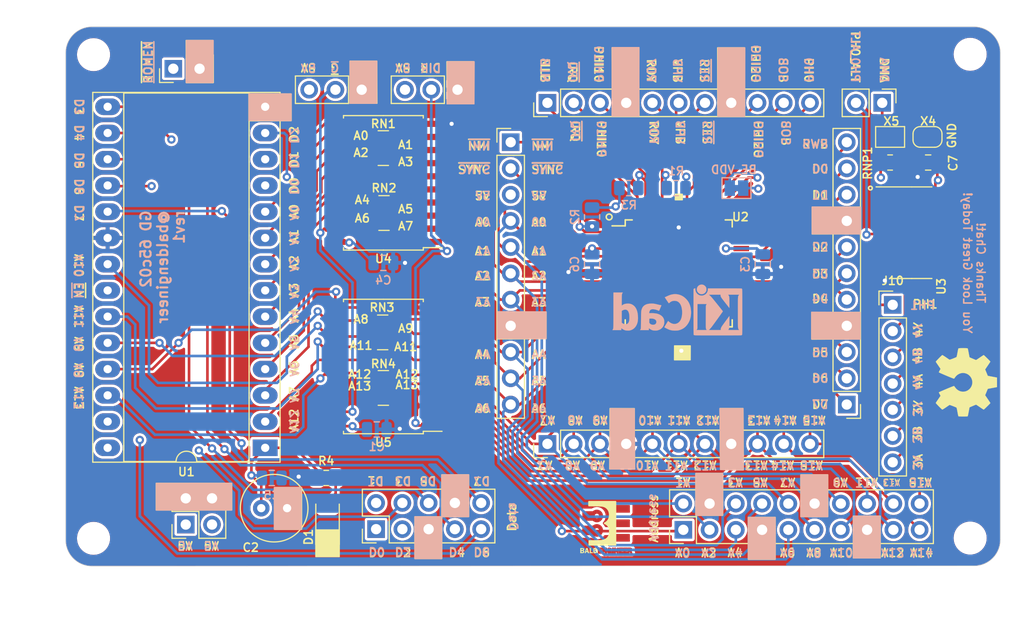
<source format=kicad_pcb>
(kicad_pcb (version 20221018) (generator pcbnew)
  (layers (0 "F.Cu" signal) (1 "In1.Cu" signal) (2 "In2.Cu" signal) (31 "B.Cu" signal) (34 "B.Paste" user) (35 "F.Paste" user) (36 "B.SilkS" user "B.Silkscreen") (37 "F.SilkS" user "F.Silkscreen") (38 "B.Mask" user) (39 "F.Mask" user) (44 "Edge.Cuts" user))
  (net 0 "")
  (net 1 "GND")
  (net 2 "+5V")
  (net 3 "/A15")
  (net 4 "/A14")
  (net 5 "/A13")
  (net 6 "/A12")
  (net 7 "/A11")
  (net 8 "/A10")
  (net 9 "/A9")
  (net 10 "/A8")
  (net 11 "/A7")
  (net 12 "/A6")
  (net 13 "/A5")
  (net 14 "/A4")
  (net 15 "/A3")
  (net 16 "/A2")
  (net 17 "/A1")
  (net 18 "/A0")
  (net 19 "/D7")
  (net 20 "/D6")
  (net 21 "/D5")
  (net 22 "/D4")
  (net 23 "/D3")
  (net 24 "/D2")
  (net 25 "/D1")
  (net 26 "/D0")
  (net 27 "/VPB")
  (net 28 "/RWB")
  (net 29 "/~{SYNC}")
  (net 30 "/~{RCMEN}")
  (net 31 "/PH0")
  (net 32 "/~{RES}")
  (net 33 "/~{IRQ}")
  (net 34 "/~{NMI}")
  (net 35 "/RDY")
  (net 36 "/SOB")
  (net 37 "/MLB")
  (net 38 "/PHI2O")
  (net 39 "/PHI1O")
  (net 40 "/ROMDIR")
  (net 41 "/ROMG")
  (net 42 "/PH0_ALT")
  (net 43 "/DMA")
  (net 44 "/4Y")
  (net 45 "/4B")
  (net 46 "/4A")
  (net 47 "/3Y")
  (net 48 "/3B")
  (net 49 "/3A")
  (net 50 "Net-(JP1-Pad2)")
  (net 51 "Net-(JP2-Pad1)")
  (net 52 "/BA1")
  (net 53 "/BA0")
  (net 54 "/BA2")
  (net 55 "/BA3")
  (net 56 "/BA5")
  (net 57 "/BA4")
  (net 58 "/BA6")
  (net 59 "/BA7")
  (net 60 "/BA9")
  (net 61 "/BA8")
  (net 62 "/BA10")
  (net 63 "/BA11")
  (net 64 "/BA13")
  (net 65 "/BA12")
  (net 66 "/~{DMA}")
  (net 67 "Net-(U2-Pad33)")
  (net 68 "Net-(U2-Pad6)")
  (net 69 "/PH1")
  (net 70 "Net-(D1-Pad2)")
  (net 71 "Net-(U5-Pad18)")
  (net 72 "Net-(U5-Pad17)")
  (net 73 "Net-(U5-Pad3)")
  (net 74 "Net-(U5-Pad2)")
  (net 75 "Net-(RN4-Pad3)")
  (net 76 "Net-(RN4-Pad4)")
  (net 77 "Net-(RN4-Pad6)")
  (net 78 "Net-(RN4-Pad5)")
  (footprint "Connector_PinHeader_2.54mm:PinHeader_1x11_P2.54mm_Vertical" (layer "F.Cu") (at 176.403 73.406)
    (fp_text reference "J2" hide)
    (fp_text value "ADDR_BUS")
  )
  (footprint "Connector_PinHeader_2.54mm:PinHeader_2x10_P2.54mm_Vertical" (layer "F.Cu") (at 193.1035 110.9345 90)
    (fp_text reference "J5" hide)
    (fp_text value "Address")
  )
  (footprint "Connector_PinHeader_2.54mm:PinHeader_2x05_P2.54mm_Vertical" (layer "F.Cu") (at 163.3855 110.871 90)
    (fp_text reference "J6" hide)
    (fp_text value "Data")
  )
  (footprint "Connector_PinHeader_2.54mm:PinHeader_1x03_P2.54mm_Vertical" (layer "F.Cu") (at 171.2595 68.326 -90)
    (fp_text reference "J7" hide)
    (fp_text value "ROMDIR_SEL")
  )
  (footprint "Connector_PinHeader_2.54mm:PinHeader_1x03_P2.54mm_Vertical" (layer "F.Cu") (at 161.9885 68.326 -90)
    (fp_text reference "J8" hide)
    (fp_text value "ROMG_SEL")
  )
  (footprint "Resistor_SMD:R_Array_Convex_4x0612" (layer "F.Cu") (at 164.0825 73.9775)
    (fp_text reference "RN1")
    (fp_text value "0")
  )
  (footprint "Resistor_SMD:R_Array_Convex_4x0612" (layer "F.Cu") (at 164.1475 80.264)
    (fp_text reference "RN2")
    (fp_text value "0")
  )
  (footprint "Resistor_SMD:R_Array_Convex_4x0612" (layer "F.Cu") (at 164.0205 91.821)
    (fp_text reference "RN3")
    (fp_text value "0")
  )
  (footprint "Resistor_SMD:R_Array_Convex_4x0612" (layer "F.Cu") (at 164.0855 97.1995)
    (fp_text reference "RN4")
    (fp_text value "0")
  )
  (footprint "Package_QFP:PQFP-44_10x10mm_P0.8mm" (layer "F.Cu") (at 192.659 86.106)
    (fp_text reference "U2")
    (fp_text value "w65c02s-QFP")
  )
  (footprint "Package_SO:SOIC-20W_7.5x12.8mm_P1.27mm" (layer "F.Cu") (at 164.089 77.343 180)
    (fp_text reference "U4")
    (fp_text value "74HCT245")
  )
  (footprint "Connector_PinHeader_2.54mm:PinHeader_1x02_P2.54mm_Vertical" (layer "F.Cu") (at 143.764 66.294 90)
    (fp_text reference "J12" hide)
    (fp_text value "ROMEN")
  )
  (footprint "Diode_SMD:D_1206_3216Metric" (layer "F.Cu") (at 158.6865 110.0455 90)
    (fp_text reference "D1")
    (fp_text value "PWR")
  )
  (footprint "Resistor_SMD:R_0805_2012Metric" (layer "F.Cu") (at 158.5595 105.918)
    (fp_text reference "R4")
    (fp_text value "1K")
  )
  (footprint "Capacitor_THT:C_Radial_D6.3mm_H5.0mm_P2.50mm" (layer "F.Cu") (at 152.273 108.839)
    (fp_text reference "C2")
    (fp_text value "10uF")
  )
  (footprint "Jumper:SolderJumper-2_P1.3mm_Open_RoundedPad1.0x1.5mm" (layer "F.Cu") (at 216.7255 72.898)
    (fp_text reference "JP3" hide)
    (fp_text value "X4")
  )
  (footprint "Connector_PinHeader_2.54mm:PinHeader_1x07_P2.54mm_Vertical" (layer "F.Cu") (at 213.36 89.154)
    (fp_text reference "J10")
    (fp_text value "NOR-Extra")
  )
  (footprint "Capacitor_SMD:C_0805_2012Metric" (layer "F.Cu") (at 216.789 75.3745 180)
    (fp_text reference "C7")
    (fp_text value "1u")
  )
  (footprint "Package_SO:SOIC-14_3.9x8.7mm_P1.27mm" (layer "F.Cu") (at 215.2015 82.169)
    (fp_text reference "U3")
    (fp_text value "74HCT02")
  )
  (footprint "Connector_PinHeader_2.54mm:PinHeader_2x02_P2.54mm_Vertical" (layer "F.Cu") (at 144.9705 110.4265 90)
    (fp_text reference "J1" hide)
    (fp_text value "POWER")
  )
  (footprint "Resistor_SMD:R_0805_2012Metric" (layer "F.Cu") (at 213.106 75.3745)
    (fp_text reference "RNP1")
    (fp_text value "3k3")
  )
  (footprint "Package_DIP:DIP-28_W15.24mm_Socket_LongPads" (layer "F.Cu") (at 152.654 102.997 180)
    (fp_text reference "U1")
    (fp_text value "27C512")
  )
  (footprint "Connector_PinHeader_2.54mm:PinHeader_1x11_P2.54mm_Vertical" (layer "F.Cu") (at 179.959 69.596 90)
    (fp_text reference "J4" hide)
    (fp_text value "Bus Signals")
  )
  (footprint "Connector_PinHeader_2.54mm:PinHeader_1x11_P2.54mm_Vertical" (layer "F.Cu") (at 208.915 98.806 180)
    (fp_text reference "J3" hide)
    (fp_text value "Main Data")
  )
  (footprint "Package_SO:SOIC-20W_7.5x12.8mm_P1.27mm" (layer "F.Cu") (at 164.089 95.123 180)
    (fp_text reference "U5")
    (fp_text value "74HCT245")
  )
  (footprint "Connector_PinHeader_2.54mm:PinHeader_1x11_P2.54mm_Vertical" (layer "F.Cu") (at 179.959 102.616 90)
    (fp_text reference "J11" hide)
    (fp_text value "ADDR_BUS")
  )
  (footprint "Connector_PinHeader_2.54mm:PinHeader_1x02_P2.54mm_Vertical" (layer "F.Cu") (at 212.344 69.596 -90)
    (fp_text reference "J9" hide)
    (fp_text value "CLK_ALT")
  )
  (footprint "MountingHole:MountingHole_2.7mm_M2.5" (layer "F.Cu") (at 136.05 64.93)
    (fp_text reference "H1" hide)
    (fp_text value "MountingHole")
  )
  (footprint "MountingHole:MountingHole_2.7mm_M2.5" (layer "F.Cu") (at 136.05 111.76)
    (fp_text reference "H3" hide)
    (fp_text value "MountingHole")
  )
  (footprint "MountingHole:MountingHole_2.7mm_M2.5" (layer "F.Cu") (at 220.853 111.7346)
    (fp_text reference "H4" hide)
    (fp_text value "MountingHole")
  )
  (footprint "MountingHole:MountingHole_2.7mm_M2.5" (layer "F.Cu") (at 220.853 64.897)
    (fp_text reference "He" hide)
    (fp_text value "MountingHole")
  )
  (footprint "Jumper:SolderJumper-2_P1.3mm_Bridged_Pad1.0x1.5mm" (layer "F.Cu") (at 213.106 72.898 180)
    (fp_text reference "JP2" hide)
    (fp_text value "X5")
  )
  (footprint "My Libraries:BE5v2" (layer "F.Cu") (at 183.134 108.204)
    (fp_text reference "svg2mod" hide)
    (fp_text value "G***" hide)
  )
  (footprint "Symbol:OSHW-Symbol_6.7x6mm_SilkScreen" (layer "F.Cu") (at 220.472 96.647 -90)
    (fp_text reference "REF**" hide)
    (fp_text value "OSHW-Symbol_6.7x6mm_SilkScreen" hide)
  )
  (footprint "Capacitor_SMD:C_0805_2012Metric" (layer "B.Cu") (at 163.449 101.219)
    (fp_text reference "C1")
    (fp_text value "1u")
  )
  (footprint "Capacitor_SMD:C_0805_2012Metric" (layer "B.Cu") (at 200.787 85.217 -90)
    (fp_text reference "C3")
    (fp_text value "10uF")
  )
  (footprint "Capacitor_SMD:C_0805_2012Metric" (layer "B.Cu") (at 153.289 105.918)
    (fp_text reference "C5")
    (fp_text value "1u")
  )
  (footprint "Capacitor_SMD:C_0805_2012Metric" (layer "B.Cu") (at 184.277 85.217 -90)
    (fp_text reference "C6")
    (fp_text value "1u")
  )
  (footprint "Resistor_SMD:R_0805_2012Metric" (layer "B.Cu") (at 192.405 77.851 180)
    (fp_text reference "R1")
    (fp_text value "3k3")
  )
  (footprint "Resistor_SMD:R_0805_2012Metric" (layer "B.Cu") (at 184.277 80.645 -90)
    (fp_text reference "R2")
    (fp_text value "3k3")
  )
  (footprint "Resistor_SMD:R_0805_2012Metric" (layer "B.Cu") (at 187.833 77.851)
    (fp_text reference "R3")
    (fp_text value "3k3")
  )
  (footprint "Capacitor_SMD:C_0805_2012Metric" (layer "B.Cu") (at 164.084 85.09)
    (fp_text reference "C4")
    (fp_text value "1u")
  )
  (footprint "Jumper:SolderJumper-2_P1.3mm_Bridged_Pad1.0x1.5mm" (layer "B.Cu") (at 198.247 77.851 180)
    (fp_text reference "JP1" hide)
    (fp_text value "BE_VDD")
  )
  (footprint "Symbol:KiCad-Logo_5mm_SilkScreen" (layer "B.Cu") (at 192.532 90.17 180)
    (fp_text reference "REF**" hide)
    (fp_text value "KiCad-Logo_5mm_SilkScreen" hide)
  )
  (gr_poly (pts (xy 201.9935 109.728) (xy 199.39 109.728) (xy 199.39 113.792) (xy 201.9935 113.792)) (stroke (width 0.1)) (fill solid) (layer "B.SilkS"))
  (gr_poly (pts (xy 175.133 89.80805) (xy 175.133 92.41155) (xy 179.832 92.4306) (xy 179.832 89.8271)) (stroke (width 0.1)) (fill solid) (layer "B.SilkS"))
  (gr_poly (pts (xy 196.6976 105.1052) (xy 198.9074 105.156) (xy 198.882 99.187) (xy 196.6341 99.187)) (stroke (width 0.1)) (fill solid) (layer "B.SilkS"))
  (gr_poly (pts (xy 172.87875 65.6082) (xy 170.27525 65.6082) (xy 170.2562 69.6976) (xy 172.8597 69.6976)) (stroke (width 0.1)) (fill solid) (layer "B.SilkS"))
  (gr_poly (pts (xy 156.1338 106.8324) (xy 153.5303 106.8324) (xy 153.5303 110.8964) (xy 156.1338 110.8964)) (stroke (width 0.1)) (fill solid) (layer "B.SilkS"))
  (gr_poly (pts (xy 172.339 105.6005) (xy 169.7355 105.6005) (xy 169.7355 109.6645) (xy 172.339 109.6645)) (stroke (width 0.1)) (fill solid) (layer "B.SilkS"))
  (gr_poly (pts (xy 163.45535 65.5574) (xy 160.85185 65.5574) (xy 160.8328 69.6468) (xy 163.4363 69.6468)) (stroke (width 0.1)) (fill solid) (layer "B.SilkS"))
  (gr_poly (pts (xy 196.9135 105.4735) (xy 194.31 105.4735) (xy 194.31 109.5375) (xy 196.9135 109.5375)) (stroke (width 0.1)) (fill solid) (layer "B.SilkS"))
  (gr_poly (pts (xy 147.63115 63.5508) (xy 145.02765 63.5508) (xy 145.0086 67.6402) (xy 147.6121 67.6402)) (stroke (width 0.1)) (fill solid) (layer "B.SilkS"))
  (gr_poly (pts (xy 155.1686 71.32955) (xy 155.1686 68.72605) (xy 151.0792 68.707) (xy 151.0792 71.3105)) (stroke (width 0.1)) (fill solid) (layer "B.SilkS"))
  (gr_poly (pts (xy 196.43725 70.9168) (xy 199.04075 70.9168) (xy 199.0598 64.262) (xy 196.4563 64.262)) (stroke (width 0.1)) (fill solid) (layer "B.SilkS"))
  (gr_poly (pts (xy 207.0735 105.6005) (xy 204.47 105.6005) (xy 204.47 109.6645) (xy 207.0735 109.6645)) (stroke (width 0.1)) (fill solid) (layer "B.SilkS"))
  (gr_poly (pts (xy 212.1535 109.601) (xy 209.55 109.601) (xy 209.55 113.665) (xy 212.1535 113.665)) (stroke (width 0.1)) (fill solid) (layer "B.SilkS"))
  (gr_poly (pts (xy 205.5622 79.67345) (xy 205.5622 82.27695) (xy 210.2612 82.296) (xy 210.2612 79.6925)) (stroke (width 0.1)) (fill solid) (layer "B.SilkS"))
  (gr_poly (pts (xy 186.20105 70.8914) (xy 188.80455 70.8914) (xy 188.8236 64.2366) (xy 186.2201 64.2366)) (stroke (width 0.1)) (fill solid) (layer "B.SilkS"))
  (gr_poly (pts (xy 145.3515 106.426) (xy 145.3515 109.0295) (xy 149.4155 109.0295) (xy 149.4155 106.426)) (stroke (width 0.1)) (fill solid) (layer "B.SilkS"))
  (gr_poly (pts (xy 185.993088 105.0544) (xy 188.402913 105.0544) (xy 188.3664 99.2124) (xy 186.0423 99.187)) (stroke (width 0.1)) (fill solid) (layer "B.SilkS"))
  (gr_poly (pts (xy 169.7355 109.6645) (xy 167.132 109.6645) (xy 167.132 113.7285) (xy 169.7355 113.7285)) (stroke (width 0.1)) (fill solid) (layer "B.SilkS"))
  (gr_poly (pts (xy 146.177 109.0295) (xy 146.177 106.426) (xy 142.113 106.426) (xy 142.113 109.0295)) (stroke (width 0.1)) (fill solid) (layer "B.SilkS"))
  (gr_poly (pts (xy 205.5114 89.85885) (xy 205.5114 92.46235) (xy 210.2104 92.4814) (xy 210.2104 89.8779)) (stroke (width 0.1)) (fill solid) (layer "B.SilkS"))
  (gr_poly (pts (xy 155.1686 68.72605) (xy 155.1686 71.32955) (xy 151.0792 71.3486) (xy 151.0792 68.7451)) (stroke (width 0.1)) (fill solid) (layer "F.SilkS"))
  (gr_poly (pts (xy 186.20105 64.262) (xy 188.80455 64.262) (xy 188.8236 70.9168) (xy 186.2201 70.9168)) (stroke (width 0.1)) (fill solid) (layer "F.SilkS"))
  (gr_poly (pts (xy 205.5622 82.30235) (xy 205.5622 79.69885) (xy 210.2612 79.6798) (xy 210.2612 82.2833)) (stroke (width 0.1)) (fill solid) (layer "F.SilkS"))
  (gr_poly (pts (xy 193.0146 78.994) (xy 192.3161 78.994) (xy 192.32245 78.4352) (xy 193.0146 78.4352)) (stroke (width 0.1)) (fill solid) (layer "F.SilkS"))
  (gr_poly (pts (xy 205.5368 92.48775) (xy 205.5368 89.88425) (xy 210.2358 89.8652) (xy 210.2358 92.4687)) (stroke (width 0.1)) (fill solid) (layer "F.SilkS"))
  (gr_poly (pts (xy 160.85185 65.5574) (xy 163.45535 65.5574) (xy 163.4744 69.6468) (xy 160.8709 69.6468)) (stroke (width 0.1)) (fill solid) (layer "F.SilkS"))
  (gr_poly (pts (xy 175.133 92.46235) (xy 175.133 89.85885) (xy 179.832 89.8398) (xy 179.832 92.4433)) (stroke (width 0.1)) (fill solid) (layer "F.SilkS"))
  (gr_poly (pts (xy 198.9074 105.1306) (xy 196.6976 105.1052) (xy 196.6468 99.187) (xy 198.882 99.187)) (stroke (width 0.1)) (fill solid) (layer "F.SilkS"))
  (gr_circle (center 211.201 77.851) (end 211.380605 77.851) (stroke (width 0.15)) (fill none) (layer "F.SilkS"))
  (gr_poly (pts (xy 188.3918 105.0544) (xy 185.9788 105.0544) (xy 186.0042 99.187) (xy 188.3664 99.187)) (stroke (width 0.1)) (fill solid) (layer "F.SilkS"))
  (gr_poly (pts (xy 207.0735 109.6645) (xy 204.47 109.6645) (xy 204.47 105.6005) (xy 207.0735 105.6005)) (stroke (width 0.1)) (fill solid) (layer "F.SilkS"))
  (gr_poly (pts (xy 146.177 106.426) (xy 146.177 109.0295) (xy 142.113 109.0295) (xy 142.113 106.426)) (stroke (width 0.1)) (fill solid) (layer "F.SilkS"))
  (gr_poly (pts (xy 145.00225 63.5508) (xy 147.60575 63.5508) (xy 147.6248 67.6402) (xy 145.0213 67.6402)) (stroke (width 0.1)) (fill solid) (layer "F.SilkS"))
  (gr_poly (pts (xy 193.7766 94.488) (xy 192.2399 94.488) (xy 192.24625 93.1164) (xy 193.78295 93.1164)) (stroke (width 0.1)) (fill solid) (layer "F.SilkS"))
  (gr_poly (pts (xy 149.4155 106.426) (xy 149.4155 109.0295) (xy 146.2405 109.0295) (xy 146.2405 106.426)) (stroke (width 0.1)) (fill solid) (layer "F.SilkS"))
  (gr_poly (pts (xy 196.41185 64.262) (xy 199.01535 64.262) (xy 199.0344 70.9168) (xy 196.4309 70.9168)) (stroke (width 0.1)) (fill solid) (layer "F.SilkS"))
  (gr_circle (center 185.928 80.645) (end 186.211981 80.645) (stroke (width 0.15)) (fill none) (layer "F.SilkS"))
  (gr_poly (pts (xy 156.1846 110.8964) (xy 153.5811 110.8964) (xy 153.5811 106.8324) (xy 156.1846 106.8324)) (stroke (width 0.1)) (fill solid) (layer "F.SilkS"))
  (gr_poly (pts (xy 169.7355 113.7285) (xy 167.132 113.7285) (xy 167.132 109.6645) (xy 169.7355 109.6645)) (stroke (width 0.1)) (fill solid) (layer "F.SilkS"))
  (gr_poly (pts (xy 201.9935 113.792) (xy 199.39 113.792) (xy 199.39 109.728) (xy 201.9935 109.728)) (stroke (width 0.1)) (fill solid) (layer "F.SilkS"))
  (gr_poly (pts (xy 212.1535 113.665) (xy 209.55 113.665) (xy 209.55 109.601) (xy 212.1535 109.601)) (stroke (width 0.1)) (fill solid) (layer "F.SilkS"))
  (gr_poly (pts (xy 172.339 109.6645) (xy 169.7355 109.6645) (xy 169.7355 105.6005) (xy 172.339 105.6005)) (stroke (width 0.1)) (fill solid) (layer "F.SilkS"))
  (gr_poly (pts (xy 196.9135 109.5375) (xy 194.31 109.5375) (xy 194.31 105.4735) (xy 196.9135 105.4735)) (stroke (width 0.1)) (fill solid) (layer "F.SilkS"))
  (gr_poly (pts (xy 159.8295 110.9345) (xy 159.8295 113.538) (xy 157.5435 113.538) (xy 157.5435 110.9345)) (stroke (width 0.1)) (fill solid) (layer "F.SilkS"))
  (gr_poly (pts (xy 170.22445 65.6082) (xy 172.82795 65.6082) (xy 172.847 69.6976) (xy 170.2435 69.6976)) (stroke (width 0.1)) (fill solid) (layer "F.SilkS"))
  (gr_line (start 135.89 62.23) (end 221.234 62.23) (stroke (width 0.05)) (layer "Edge.Cuts"))
  (gr_arc (start 221.234 62.23) (mid 223.030051 62.973949) (end 223.774 64.77) (stroke (width 0.05)) (layer "Edge.Cuts"))
  (gr_arc (start 135.89 114.4524) (mid 134.093949 113.708451) (end 133.35 111.9124) (stroke (width 0.05)) (layer "Edge.Cuts"))
  (gr_line (start 221.234 114.427) (end 135.89 114.4524) (stroke (width 0.05)) (layer "Edge.Cuts"))
  (gr_arc (start 133.35 64.77) (mid 134.093949 62.973949) (end 135.89 62.23) (stroke (width 0.05)) (layer "Edge.Cuts"))
  (gr_line (start 133.35 111.9124) (end 133.35 64.77) (stroke (width 0.05)) (layer "Edge.Cuts"))
  (gr_arc (start 223.774 111.887) (mid 223.030051 113.683051) (end 221.234 114.427) (stroke (width 0.05)) (layer "Edge.Cuts"))
  (gr_line (start 223.774 64.77) (end 223.774 111.887) (stroke (width 0.05)) (layer "Edge.Cuts"))
  (gr_text "PHI10" (at 184.912 65.836951 270) (layer "B.SilkS") (effects (font (size 0.8 0.8)) (justify mirror)))
  (gr_text "PH0_ALT" (at 209.7405 65.132189 270) (layer "B.SilkS") (effects (font (size 0.8 0.8)) (justify mirror)))
  (gr_text "MLB" (at 179.705 66.427427 270) (layer "B.SilkS") (effects (font (size 0.8 0.8)) (justify mirror)))
  (gr_text "~{IRQ}" (at 182.372 66.598856 270) (layer "B.SilkS") (effects (font (size 0.8 0.8)) (justify mirror)))
  (gr_text "SOB" (at 202.7555 66.40838 270) (layer "B.SilkS") (effects (font (size 0.8 0.8)) (justify mirror)))
  (gr_text "DMA" (at 212.5345 66.40838 270) (layer "B.SilkS") (effects (font (size 0.8 0.8)) (justify mirror)))
  (gr_text "~{RES}" (at 195.1355 66.465523 270) (layer "B.SilkS") (effects (font (size 0.8 0.8)) (justify mirror)))
  (gr_text "PH0" (at 205.232 66.40838 270) (layer "B.SilkS") (effects (font (size 0.8 0.8)) (justify mirror)))
  (gr_text "PHI2O" (at 200.0885 65.798856 270) (layer "B.SilkS") (effects (font (size 0.8 0.8)) (justify mirror)))
  (gr_text "VPB" (at 192.532 66.465523 270) (layer "B.SilkS") (effects (font (size 0.8 0.8)) (justify mirror)))
  (gr_text "RDY" (at 189.992 66.465523 270) (layer "B.SilkS") (effects (font (size 0.8 0.8)) (justify mirror)))
  (gr_text "PHI2O" (at 200.3425 73.113904 270) (layer "B.SilkS") (effects (font (size 0.8 0.8)) (justify mirror)))
  (gr_text "VPB" (at 192.786 72.447237 270) (layer "B.SilkS") (effects (font (size 0.8 0.8)) (justify mirror)))
  (gr_text "~{IRQ}" (at 182.626 72.313904 270) (layer "B.SilkS") (effects (font (size 0.8 0.8)) (justify mirror)))
  (gr_text "~{RES}" (at 195.3895 72.447237 270) (layer "B.SilkS") (effects (font (size 0.8 0.8)) (justify mirror)))
  (gr_text "RDY" (at 190.246 72.447237 270) (layer "B.SilkS") (effects (font (size 0.8 0.8)) (justify mirror)))
  (gr_text "PHI10" (at 185.166 73.075808 270) (layer "B.SilkS") (effects (font (size 0.8 0.8)) (justify mirror)))
  (gr_text "SOB" (at 203.0095 72.50438 270) (layer "B.SilkS") (effects (font (size 0.8 0.8)) (justify mirror)))
  (gr_text "D4" (at 206.34319 88.5825) (layer "B.SilkS") (effects (font (size 0.8 0.8)) (justify mirror)))
  (gr_text "D7" (at 206.34319 98.806) (layer "B.SilkS") (effects (font (size 0.8 0.8)) (justify mirror)))
  (gr_text "D6" (at 206.34319 96.266) (layer "B.SilkS") (effects (font (size 0.8 0.8)) (justify mirror)))
  (gr_text "D5" (at 206.34319 93.7895) (layer "B.SilkS") (effects (font (size 0.8 0.8)) (justify mirror)))
  (gr_text "D3" (at 206.34319 86.1695) (layer "B.SilkS") (effects (font (size 0.8 0.8)) (justify mirror)))
  (gr_text "D0" (at 206.34319 76.0095) (layer "B.SilkS") (effects (font (size 0.8 0.8)) (justify mirror)))
  (gr_text "D2" (at 206.34319 83.566) (layer "B.SilkS") (effects (font (size 0.8 0.8)) (justify mirror)))
  (gr_text "RWB" (at 205.867 73.5965) (layer "B.SilkS") (effects (font (size 0.8 0.8)) (justify mirror)))
  (gr_text "D1" (at 206.34319 78.5495) (layer "B.SilkS") (effects (font (size 0.8 0.8)) (justify mirror)))
  (gr_text "A8" (at 182.372 104.775) (layer "B.SilkS") (effects (font (size 0.8 0.8)) (justify mirror)))
  (gr_text "A12" (at 195.199 104.775) (layer "B.SilkS") (effects (font (size 0.8 0.8)) (justify mirror)))
  (gr_text "A11" (at 192.405 104.775) (layer "B.SilkS") (effects (font (size 0.8 0.8)) (justify mirror)))
  (gr_text "A7" (at 179.705 104.775) (layer "B.SilkS") (effects (font (size 0.8 0.8)) (justify mirror)))
  (gr_text "A9" (at 184.785 104.775) (layer "B.SilkS") (effects (font (size 0.8 0.8)) (justify mirror)))
  (gr_text "A10" (at 189.611 104.775) (layer "B.SilkS") (effects (font (size 0.8 0.8)) (justify mirror)))
  (gr_text "A13" (at 200.152 104.775) (layer "B.SilkS") (effects (font (size 0.8 0.8)) (justify mirror)))
  (gr_text "A15" (at 205.486 104.775) (layer "B.SilkS") (effects (font (size 0.8 0.8)) (justify mirror)))
  (gr_text "A14" (at 202.692 104.775) (layer "B.SilkS") (effects (font (size 0.8 0.8)) (justify mirror)))
  (gr_text "A13" (at 213.233 106.426) (layer "B.SilkS") (effects (font (size 0.6 0.6) (thickness 0.1)) (justify mirror)))
  (gr_text "A15" (at 216.027 106.426) (layer "B.SilkS") (effects (font (size 0.8 0.8)) (justify mirror)))
  (gr_text "A1" (at 193.04 106.426) (layer "B.SilkS") (effects (font (size 0.8 0.8)) (justify mirror)))
  (gr_text "A5" (at 200.533 106.426) (layer "B.SilkS") (effects (font (size 0.8 0.8)) (justify mirror)))
  (gr_text "A7" (at 203.2 106.426) (layer "B.SilkS") (effects (font (size 0.8 0.8)) (justify mirror)))
  (gr_text "A9" (at 208.28 106.426) (layer "B.SilkS") (effects (font (size 0.8 0.8)) (justify mirror)))
  (gr_text "A11" (at 210.82 106.426) (layer "B.SilkS") (effects (font (size 0.8 0.8)) (justify mirror)))
  (gr_text "A3" (at 198.12 106.426) (layer "B.SilkS") (effects (font (size 0.8 0.8)) (justify mirror)))
  (gr_text "A6" (at 203.2 113.157 180) (layer "B.SilkS") (effects (font (size 0.8 0.8)) (justify mirror)))
  (gr_text "A2" (at 195.58 113.157 180) (layer "B.SilkS") (effects (font (size 0.8 0.8)) (justify mirror)))
  (gr_text "A8" (at 205.74 113.157 180) (layer "B.SilkS") (effects (font (size 0.8 0.8)) (justify mirror)))
  (gr_text "A4" (at 198.12 113.157 180) (layer "B.SilkS") (effects (font (size 0.8 0.8)) (justify mirror)))
  (gr_text "A12" (at 213.36 113.157 180) (layer "B.SilkS") (effects (font (size 0.8 0.8)) (justify mirror)))
  (gr_text "A14" (at 216.154 113.157 180) (layer "B.SilkS") (effects (font (size 0.8 0.8)) (justify mirror)))
  (gr_text "A0" (at 193.04 113.157 180) (layer "B.SilkS") (effects (font (size 0.8 0.8)) (justify mirror)))
  (gr_text "A10" (at 208.407 113.157 180) (layer "B.SilkS") (effects (font (size 0.8 0.8)) (justify mirror)))
  (gr_text "4Y" (at 215.7095 91.694 270) (layer "B.SilkS") (effects (font (size 0.8 0.8)) (justify mirror)))
  (gr_text "4B" (at 215.7095 94.1705 270) (layer "B.SilkS") (effects (font (size 0.8 0.8)) (justify mirror)))
  (gr_text "3Y" (at 215.7095 99.2505 270) (layer "B.SilkS") (effects (font (size 0.8 0.8)) (justify mirror)))
  (gr_text "3A" (at 215.7095 104.4575 270) (layer "B.SilkS") (effects (font (size 0.8 0.8)) (justify mirror)))
  (gr_text "3B" (at 215.7095 101.7905 270) (layer "B.SilkS") (effects (font (size 0.8 0.8)) (justify mirror)))
  (gr_text "4A" (at 215.7095 96.7105 270) (layer "B.SilkS") (effects (font (size 0.8 0.8)) (justify mirror)))
  (gr_text "PH1" (at 216.248 89.2175) (layer "B.SilkS") (effects (font (size 0.8 0.8)) (justify mirror)))
  (gr_text "Data" (at 176.657 109.601 270) (layer "B.SilkS") (effects (font (size 0.8 0.8)) (justify mirror)))
  (gr_text "Address" (at 190.246 109.728 -90) (layer "B.SilkS") (effects (font (size 0.8 0.8)) (justify mirror)))
  (gr_text "D2" (at 165.989 113.03 180) (layer "B.SilkS") (effects (font (size 0.8 0.8)) (justify mirror)))
  (gr_text "D4" (at 171.196 113.03 180) (layer "B.SilkS") (effects (font (size 0.8 0.8)) (justify mirror)))
  (gr_text "D6" (at 173.609 113.03 180) (layer "B.SilkS") (effects (font (size 0.8 0.8)) (justify mirror)))
  (gr_text "D0" (at 163.449 113.03 180) (layer "B.SilkS") (effects (font (size 0.8 0.8)) (justify mirror)))
  (gr_text "D3" (at 165.989 106.299) (layer "B.SilkS") (effects (font (size 0.8 0.8)) (justify mirror)))
  (gr_text "D5" (at 168.402 106.299) (layer "B.SilkS") (effects (font (size 0.8 0.8)) (justify mirror)))
  (gr_text "D7" (at 173.609 106.299) (layer "B.SilkS") (effects (font (size 0.8 0.8)) (justify mirror)))
  (gr_text "D1" (at 163.322 106.299) (layer "B.SilkS") (effects (font (size 0.8 0.8)) (justify mirror)))
  (gr_text "~{EN}" (at 134.62 87.757 90) (layer "B.SilkS") (effects (font (size 0.8 0.8)) (justify mirror)))
  (gr_text "A9\n" (at 134.62 95.504 90) (layer "B.SilkS") (effects (font (size 0.8 0.8)) (justify mirror)))
  (gr_text "A13" (at 134.62 98.171 90) (layer "B.SilkS") (effects (font (size 0.8 0.8)) (justify mirror)))
  (gr_text "A10" (at 134.62 85.344 90) (layer "B.SilkS") (effects (font (size 0.8 0.8)) (justify mirror)))
  (gr_text "A11" (at 134.62 90.297 90) (layer "B.SilkS") (effects (font (size 0.8 0.8)) (justify mirror)))
  (gr_text "A9" (at 134.62 92.964 90) (layer "B.SilkS") (effects (font (size 0.8 0.8)) (justify mirror)))
  (gr_text "D4" (at 134.747 72.517 90) (layer "B.SilkS") (effects (font (size 0.8 0.8)) (justify mirror)))
  (gr_text "D7" (at 134.747 80.264 90) (layer "B.SilkS") (effects (font (size 0.8 0.8)) (justify mirror)))
  (gr_text "D6" (at 134.747 77.724 90) (layer "B.SilkS") (effects (font (size 0.8 0.8)) (justify mirror)))
  (gr_text "D5" (at 134.747 75.184 90) (layer "B.SilkS") (effects (font (size 0.8 0.8)) (justify mirror)))
  (gr_text "D3" (at 134.747 69.977 90) (layer "B.SilkS") (effects (font (size 0.8 0.8)) (justify mirror)))
  (gr_text "~{ROMEN}" (at 141.224 65.659 270) (layer "B.SilkS") (effects (font (size 0.8 0.8)) (justify mirror)))
  (gr_text "5V" (at 165.989 66.294) (layer "B.SilkS") (effects (font (size 0.8 0.8)) (justify mirror)))
  (gr_text "DIR" (at 168.656 66.294) (layer "B.SilkS") (effects (font (size 0.8 0.8)) (justify mirror)))
  (gr_text "~{G}" (at 159.385 66.294) (layer "B.SilkS") (effects (font (size 0.8 0.8)) (justify mirror)))
  (gr_text "5V" (at 156.845 66.294) (layer "B.SilkS") (effects (font (size 0.8 0.8)) (justify mirror)))
  (gr_text "A2" (at 179.127048 86.36) (layer "B.SilkS") (effects (font (size 0.8 0.8)) (justify mirror)))
  (gr_text "A6" (at 179.127048 99.187) (layer "B.SilkS") (effects (font (size 0.8 0.8)) (justify mirror)))
  (gr_text "A3" (at 179.127048 88.9) (layer "B.SilkS") (effects (font (size 0.8 0.8)) (justify mirror)))
  (gr_text "~{NMI}" (at 179.469905 73.787) (layer "B.SilkS") (effects (font (size 0.8 0.8)) (justify mirror)))
  (gr_text "5V\n" (at 179.127048 78.613) (layer "B.SilkS") (effects (font (size 0.8 0.8)) (justify mirror)))
  (gr_text "A5\n" (at 179.127048 96.52) (layer "B.SilkS") (effects (font (size 0.8 0.8)) (justify mirror)))
  (gr_text "A0" (at 179.127048 81.153) (layer "B.SilkS") (effects (font (size 0.8 0.8)) (justify mirror)))
  (gr_text "A1" (at 179.127048 83.947) (layer "B.SilkS") (effects (font (size 0.8 0.8)) (justify mirror)))
  (gr_text "A4" (at 179.127048 93.98) (layer "B.SilkS") (effects (font (size 0.8 0.8)) (justify mirror)))
  (gr_text "~{SYNC}" (at 179.946096 76.073) (layer "B.SilkS") (effects (font (size 0.8 0.8)) (justify mirror)))
  (gr_text "A3" (at 173.729667 88.9) (layer "B.SilkS") (effects (font (size 0.8 0.8)) (justify mirror)))
  (gr_text "5V\n" (at 173.729667 78.613) (layer "B.SilkS") (effects (font (size 0.8 0.8)) (justify mirror)))
  (gr_text "A2" (at 173.729667 86.36) (layer "B.SilkS") (effects (font (size 0.8 0.8)) (justify mirror)))
  (gr_text "A6" (at 173.729667 99.187) (layer "B.SilkS") (effects (font (size 0.8 0.8)) (justify mirror)))
  (gr_text "~{NMI}" (at 173.38681 73.787) (layer "B.SilkS") (effects (font (size 0.8 0.8)) (justify mirror)))
  (gr_text "A5\n" (at 173.729667 96.52) (layer "B.SilkS") (effects (font (size 0.8 0.8)) (justify mirror)))
  (gr_text "A1" (at 173.729667 83.947) (layer "B.SilkS") (effects (font (size 0.8 0.8)) (justify mirror)))
  (gr_text "~{SYNC}" (at 172.91062 76.073) (layer "B.SilkS") (effects (font (size 0.8 0.8)) (justify mirror)))
  (gr_text "A4" (at 173.729667 93.98) (layer "B.SilkS") (effects (font (size 0.8 0.8)) (justify mirror)))
  (gr_text "A0" (at 173.729667 81.153) (layer "B.SilkS") (effects (font (size 0.8 0.8)) (justify mirror)))
  (gr_text "A6" (at 155.448 95.377 270) (layer "B.SilkS") (effects (font (size 0.8 0.8)) (justify mirror)))
  (gr_text "A2" (at 155.448 85.217 270) (layer "B.SilkS") (effects (font (size 0.8 0.8)) (justify mirror)))
  (gr_text "D1" (at 155.448 75.184 270) (layer "B.SilkS") (effects (font (size 0.8 0.8)) (justify mirror)))
  (gr_text "A4" (at 155.448 90.297 270) (layer "B.SilkS") (effects (font (size 0.8 0.8)) (justify mirror)))
  (gr_text "A7" (at 155.448 97.917 270) (layer "B.SilkS") (effects (font (size 0.8 0.8)) (justify mirror)))
  (gr_text "D2" (at 155.448 72.771 270) (layer "B.SilkS") (effects (font (size 0.8 0.8)) (justify mirror)))
  (gr_text "A0" (at 155.448 80.264 270) (layer "B.SilkS") (effects (font (size 0.8 0.8)) (justify mirror)))
  (gr_text "D0" (at 155.448 77.724 270) (layer "B.SilkS") (effects (font (size 0.8 0.8)) (justify mirror)))
  (gr_text "A12" (at 155.448 100.457 270) (layer "B.SilkS") (effects (font (size 0.8 0.8)) (justify mirror)))
  (gr_text "A5" (at 155.448 92.837 270) (layer "B.SilkS") (effects (font (size 0.8 0.8)) (justify mirror)))
  (gr_text "A1" (at 155.448 82.677 270) (layer "B.SilkS") (effects (font (size 0.8 0.8)) (justify mirror)))
  (gr_text "A3" (at 155.448 87.884 270) (layer "B.SilkS") (effects (font (size 0.8 0.8)) (justify mirror)))
  (gr_text "5V" (at 144.907 112.4712 180) (layer "B.SilkS") (effects (font (size 0.8 0.8)) (justify mirror)))
  (gr_text "5V" (at 147.447 112.4712 180) (layer "B.SilkS") (effects (font (size 0.8 0.8)) (justify mirror)))
  (gr_text "Thanks Chat!\nYou Look Great Today!" (at 221.234 85.09 -90) (layer "B.SilkS") (effects (font (size 0.8 0.8)) (justify mirror)))
  (gr_text "GD 65c02\n@baldengineer\nrev1" (at 142.727562 79.9084 90) (layer "B.SilkS") (effects (font (size 1 1) (thickness 0.2)) (justify left mirror)))
  (gr_text "A8" (at 182.626 100.33) (layer "B.SilkS") (effects (font (size 0.8 0.8)) (justify mirror)))
  (gr_text "A12" (at 195.453 100.33) (layer "B.SilkS") (effects (font (size 0.8 0.8)) (justify mirror)))
  (gr_text "A14" (at 202.946 100.33) (layer "B.SilkS") (effects (font (size 0.8 0.8)) (justify mirror)))
  (gr_text "A9" (at 185.039 100.33) (layer "B.SilkS") (effects (font (size 0.8 0.8)) (justify mirror)))
  (gr_text "A15" (at 205.74 100.33) (layer "B.SilkS") (effects (font (size 0.8 0.8)) (justify mirror)))
  (gr_text "A7" (at 179.959 100.33) (layer "B.SilkS") (effects (font (size 0.8 0.8)) (justify mirror)))
  (gr_text "A10" (at 189.865 100.33) (layer "B.SilkS") (effects (font (size 0.8 0.8)) (justify mirror)))
  (gr_text "A13" (at 200.406 100.33) (layer "B.SilkS") (effects (font (size 0.8 0.8)) (justify mirror)))
  (gr_text "A11" (at 192.659 100.33) (layer "B.SilkS") (effects (font (size 0.8 0.8)) (justify mirror)))
  (gr_text "A10" (at 208.407 113.157) (layer "F.SilkS") (effects (font (size 0.8 0.8))))
  (gr_text "A14" (at 216.154 113.157) (layer "F.SilkS") (effects (font (size 0.8 0.8))))
  (gr_text "A1" (at 193.04 106.299 180) (layer "F.SilkS") (effects (font (size 0.8 0.8))))
  (gr_text "A11" (at 210.82 106.299 180) (layer "F.SilkS") (effects (font (size 0.8 0.8))))
  (gr_text "A15" (at 216.027 106.299 180) (layer "F.SilkS") (effects (font (size 0.8 0.8))))
  (gr_text "D0" (at 163.449 113.157) (layer "F.SilkS") (effects (font (size 0.8 0.8))))
  (gr_text "D1" (at 163.322 106.172 180) (layer "F.SilkS") (effects (font (size 0.8 0.8))))
  (gr_text "D7" (at 173.609 106.172 180) (layer "F.SilkS") (effects (font (size 0.8 0.8))))
  (gr_text "5V" (at 144.907 112.522) (layer "F.SilkS") (effects (font (size 0.8 0.8))))
  (gr_text "DIR" (at 168.656 66.167 180) (layer "F.SilkS") (effects (font (size 0.8 0.8))))
  (gr_text "PHI10" (at 184.912 65.862191 -90) (layer "F.SilkS") (effects (font (size 0.8 0.8))))
  (gr_text "RWB" (at 205.867 73.5965) (layer "F.SilkS") (effects (font (size 0.8 0.8))))
  (gr_text "D0" (at 206.34319 76.0095) (layer "F.SilkS") (effects (font (size 0.8 0.8))))
  (gr_text "4Y" (at 215.8365 91.567 90) (layer "F.SilkS") (effects (font (size 0.8 0.8))))
  (gr_text "PH0_ALT" (at 209.7405 65.157429 -90) (layer "F.SilkS") (effects (font (size 0.8 0.8))))
  (gr_text "A15" (at 205.74 100.33 180) (layer "F.SilkS") (effects (font (size 0.8 0.8))))
  (gr_text "A9" (at 185.039 100.33 180) (layer "F.SilkS") (effects (font (size 0.8 0.8))))
  (gr_text "A6" (at 179.139952 99.187) (layer "F.SilkS") (effects (font (size 0.8 0.8))))
  (gr_text "~{NMI}" (at 179.482809 73.787) (layer "F.SilkS") (effects (font (size 0.8 0.8))))
  (gr_text "A2" (at 173.666047 86.36) (layer "F.SilkS") (effects (font (size 0.8 0.8))))
  (gr_text "A6" (at 173.666047 99.187) (layer "F.SilkS") (effects (font (size 0.8 0.8))))
  (gr_text "A3" (at 173.666047 88.9) (layer "F.SilkS") (effects (font (size 0.8 0.8))))
  (gr_text "~{NMI}" (at 173.32319 73.787) (layer "F.SilkS") (effects (font (size 0.8 0.8))))
  (gr_text "5V\n" (at 173.666047 78.613) (layer "F.SilkS") (effects (font (size 0.8 0.8))))
  (gr_text "A5\n" (at 173.666047 96.52) (layer "F.SilkS") (effects (font (size 0.8 0.8))))
  (gr_text "A0" (at 173.666047 81.153) (layer "F.SilkS") (effects (font (size 0.8 0.8))))
  (gr_text "A1" (at 173.666047 83.947) (layer "F.SilkS") (effects (font (size 0.8 0.8))))
  (gr_text "A4" (at 173.666047 93.98) (layer "F.SilkS") (effects (font (size 0.8 0.8))))
  (gr_text "~{SYNC}" (at 172.847 76.073) (layer "F.SilkS") (effects (font (size 0.8 0.8))))
  (gr_text "PHI10" (at 185.166 73.101048 -90) (layer "F.SilkS") (effects (font (size 0.8 0.8))))
  (gr_text "~{IRQ}" (at 182.626 72.339144 270) (layer "F.SilkS") (effects (font (size 0.8 0.8))))
  (gr_text "SOB" (at 203.0095 72.52962 -90) (layer "F.SilkS") (effects (font (size 0.8 0.8))))
  (gr_text "~{RES}" (at 195.3895 72.472477 -90) (layer "F.SilkS") (effects (font (size 0.8 0.8))))
  (gr_text "PHI2O" (at 200.3425 73.139144 -90) (layer "F.SilkS") (effects (font (size 0.8 0.8))))
  (gr_text "VPB" (at 192.786 72.472477 -90) (layer "F.SilkS") (effects (font (size 0.8 0.8))))
  (gr_text "RDY" (at 190.246 72.472477 -90) (layer "F.SilkS") (effects (font (size 0.8 0.8))))
  (gr_text "~{EN}" (at 134.62 87.757 270) (layer "F.SilkS") (effects (font (size 0.8 0.8))))
  (gr_text "D2" (at 155.448 72.644 90) (layer "F.SilkS") (effects (font (size 0.8 0.8))))
  (gr_text "A12" (at 155.448 100.33 90) (layer "F.SilkS") (effects (font (size 0.8 0.8))))
  (gr_text "A3" (at 166.243 75.311) (layer "F.SilkS") (effects (font (size 0.8 0.8))))
  (gr_text "A13" (at 166.37 96.901) (layer "F.SilkS") (effects (font (size 0.8 0.8))))
  (gr_text "A7" (at 166.243 81.534) (layer "F.SilkS") (effects (font (size 0.8 0.8))))
  (gr_text "D5" (at 168.402 106.172 180) (layer "F.SilkS") (effects (font (size 0.8 0.8))))
  (gr_text "RDY" (at 189.992 66.490763 -90) (layer "F.SilkS") (effects (font (size 0.8 0.8))))
  (gr_text "A1" (at 179.139952 83.947) (layer "F.SilkS") (effects (font (size 0.8 0.8))))
  (gr_text "D6" (at 173.609 113.157) (layer "F.SilkS") (effects (font (size 0.8 0.8))))
  (gr_text "3A" (at 215.8365 104.3305 90) (layer "F.SilkS") (effects (font (size 0.8 0.8))))
  (gr_text "A8" (at 182.372 104.648 180) (layer "F.SilkS") (effects (font (size 0.8 0.8))))
  (gr_text "A6" (at 162.052 80.772) (layer "F.SilkS") (effects (font (size 0.8 0.8))))
  (gr_text "A8" (at 182.626 100.33 180) (layer "F.SilkS") (effects (font (size 0.8 0.8))))
  (gr_text "D5" (at 206.34319 93.7895) (layer "F.SilkS") (effects (font (size 0.8 0.8))))
  (gr_text "GND" (at 219.075 72.771 90) (layer "F.SilkS") (effects (font (size 0.8 0.8))))
  (gr_text "A7" (at 155.448 97.79 90) (layer "F.SilkS") (effects (font (size 0.8 0.8))))
  (gr_text "A12" (at 161.798 95.885) (layer "F.SilkS") (effects (font (size 0.8 0.8))))
  (gr_text "A13" (at 213.233 106.299 180) (layer "F.SilkS") (effects (font (size 0.6 0.6) (thickness 0.1))))
  (gr_text "A8" (at 205.74 113.157) (layer "F.SilkS") (effects (font (size 0.8 0.8))))
  (gr_text "A10" (at 189.611 104.648 180) (layer "F.SilkS") (effects (font (size 0.8 0.8))))
  (gr_text "~{ROMEN}" (at 141.351 65.659 90) (layer "F.SilkS") (effects (font (size 0.8 0.8))))
  (gr_text "D4" (at 171.196 113.157) (layer "F.SilkS") (effects (font (size 0.8 0.8))))
  (gr_text "D3" (at 206.34319 86.1695) (layer "F.SilkS") (effects (font (size 0.8 0.8))))
  (gr_text "D2" (at 206.34319 83.566) (layer "F.SilkS") (effects (font (size 0.8 0.8))))
  (gr_text "D1" (at 155.448 75.057 90) (layer "F.SilkS") (effects (font (size 0.8 0.8))))
  (gr_text "~{SYNC}" (at 179.959 76.073) (layer "F.SilkS") (effects (font (size 0.8 0.8))))
  (gr_text "A11" (at 192.659 100.33 180) (layer "F.SilkS") (effects (font (size 0.8 0.8))))
  (gr_text "A9" (at 208.28 106.299 180) (layer "F.SilkS") (effects (font (size 0.8 0.8))))
  (gr_text "A14" (at 202.692 104.648 180) (layer "F.SilkS") (effects (font (size 0.8 0.8))))
  (gr_text "D0" (at 155.448 77.597 90) (layer "F.SilkS") (effects (font (size 0.8 0.8))))
  (gr_text "A10" (at 189.865 100.33 180) (layer "F.SilkS") (effects (font (size 0.8 0.8))))
  (gr_text "A5" (at 155.448 92.71 90) (layer "F.SilkS") (effects (font (size 0.8 0.8))))
  (gr_text "A5\n" (at 179.139952 96.52) (layer "F.SilkS") (effects (font (size 0.8 0.8))))
  (gr_text "A4" (at 162.052 78.994) (layer "F.SilkS") (effects (font (size 0.8 0.8))))
  (gr_text "D3" (at 134.62 69.977 -90) (layer "F.SilkS") (effects (font (size 0.8 0.8))))
  (gr_text "4A" (at 215.8365 96.5835 90) (layer "F.SilkS") (effects (font (size 0.8 0.8))))
  (gr_text "A13" (at 134.62 98.171 -90) (layer "F.SilkS") (effects (font (size 0.8 0.8))))
  (gr_text "A4" (at 198.12 113.157) (layer "F.SilkS") (effects (font (size 0.8 0.8))))
  (gr_text "~{G}" (at 159.385 66.167 180) (layer "F.SilkS") (effects (font (size 0.8 0.8))))
  (gr_text "A11" (at 161.925 93.091) (layer "F.SilkS") (effects (font (size 0.8 0.8))))
  (gr_text "5V\n" (at 179.139952 78.613) (layer "F.SilkS") (effects (font (size 0.8 0.8))))
  (gr_text "A6" (at 155.448 95.25 90) (layer "F.SilkS") (effects (font (size 0.8 0.8))))
  (gr_text "D7" (at 134.62 80.264 -90) (layer "F.SilkS") (effects (font (size 0.8 0.8))))
  (gr_text "A14" (at 202.946 100.33 180) (layer "F.SilkS") (effects (font (size 0.8 0.8))))
  (gr_text "A12" (at 213.36 113.157) (layer "F.SilkS") (effects (font (size 0.8 0.8))))
  (gr_text "A13" (at 161.798 97.028) (layer "F.SilkS") (effects (font (size 0.8 0.8))))
  (gr_text "3Y" (at 215.8365 99.1235 90) (layer "F.SilkS") (effects (font (size 0.8 0.8))))
  (gr_text "A11" (at 192.405 104.648 180) (layer "F.SilkS") (effects (font (size 0.8 0.8))))
  (gr_text "5V" (at 147.447 112.522) (layer "F.SilkS") (effects (font (size 0.8 0.8))))
  (gr_text "SOB" (at 202.7555 66.43362 -90) (layer "F.SilkS") (effects (font (size 0.8 0.8))))
  (gr_text "A5" (at 166.243 79.883) (layer "F.SilkS") (effects (font (size 0.8 0.8))))
  (gr_text "A8" (at 161.925 90.551) (layer "F.SilkS") (effects (font (size 0.8 0.8))))
  (gr_text "D7" (at 206.34319 98.806) (layer "F.SilkS") (effects (font (size 0.8 0.8))))
  (gr_text "D6" (at 206.34319 96.266) (layer "F.SilkS") (effects (font (size 0.8 0.8))))
  (gr_text "~{IRQ}" (at 182.372 66.624096 270) (layer "F.SilkS") (effects (font (size 0.8 0.8))))
  (gr_text "A11" (at 134.62 90.297 -90) (layer "F.SilkS") (effects (font (size 0.8 0.8))))
  (gr_text "D4" (at 206.34319 88.5825) (layer "F.SilkS") (effects (font (size 0.8 0.8))))
  (gr_text "A4" (at 155.448 90.17 90) (layer "F.SilkS") (effects (font (size 0.8 0.8))))
  (gr_text "5V" (at 156.845 66.167 180) (layer "F.SilkS") (effects (font (size 0.8 0.8))))
  (gr_text "A7" (at 203.2 106.299 180) (layer "F.SilkS") (effects (font (size 0.8 0.8))))
  (gr_text "DMA" (at 212.5345 66.43362 -90) (layer "F.SilkS") (effects (font (size 0.8 0.8))))
  (gr_text "D4" (at 134.62 72.517 -90) (layer "F.SilkS") (effects (font (size 0.8 0.8))))
  (gr_text "A3" (at 155.448 87.757 90) (layer "F.SilkS") (effects (font (size 0.8 0.8))))
  (gr_text "A13" (at 200.152 104.648 180) (layer "F.SilkS") (effects (font (size 0.8 0.8))))
  (gr_text "A11" (at 166.243 93.218) (layer "F.SilkS") (effects (font (size 0.8 0.8))))
  (gr_text "A7" (at 179.959 100.33 180) (layer "F.SilkS") (effects (font (size 0.8 0.8))))
  (gr_text "D5" (at 134.62 75.184 -90) (layer "F.SilkS") (effects (font (size 0.8 0.8))))
  (gr_text "A12" (at 195.199 104.648 180) (layer "F.SilkS") (effects (font (size 0.8 0.8))))
  (gr_text "A0" (at 161.925 72.771) (layer "F.SilkS") (effects (font (size 0.8 0.8))))
  (gr_text "PH0" (at 205.232 66.43362 -90) (layer "F.SilkS") (effects (font (size 0.8 0.8))))
  (gr_text "A12" (at 166.37 95.885) (layer "F.SilkS") (effects (font (size 0.8 0.8))))
  (gr_text "~{RES}" (at 195.1355 66.490763 -90) (layer "F.SilkS") (effects (font (size 0.8 0.8))))
  (gr_text "D2" (at 165.989 113.157) (layer "F.SilkS") (effects (font (size 0.8 0.8))))
  (gr_text "A12" (at 195.453 100.33 180) (layer "F.SilkS") (effects (font (size 0.8 0.8))))
  (gr_text "A9" (at 134.62 92.964 -90) (layer "F.SilkS") (effects (font (size 0.8 0.8))))
  (gr_text "D6" (at 134.62 77.724 -90) (layer "F.SilkS") (effects (font (size 0.8 0.8))))
  (gr_text "A6" (at 203.2 113.157) (layer "F.SilkS") (effects (font (size 0.8 0.8))))
  (gr_text "D1" (at 206.34319 78.5495) (layer "F.SilkS") (effects (font (size 0.8 0.8))))
  (gr_text "A9" (at 184.785 104.648 180) (layer "F.SilkS") (effects (font (size 0.8 0.8))))
  (gr_text "A0" (at 155.448 80.137 90) (layer "F.SilkS") (effects (font (size 0.8 0.8))))
  (gr_text "A2" (at 155.448 85.09 90) (layer "F.SilkS") (effects (font (size 0.8 0.8))))
  (gr_text "A4" (at 179.139952 93.98) (layer "F.SilkS") (effects (font (size 0.8 0.8))))
  (gr_text "A7" (at 179.705 104.648 180) (layer "F.SilkS") (effects (font (size 0.8 0.8))))
  (gr_text "D3" (at 165.989 106.172 180) (layer "F.SilkS") (effects (font (size 0.8 0.8))))
  (gr_text "MLB" (at 179.705 66.452667 270) (layer "F.SilkS") (effects (font (size 0.8 0.8))))
  (gr_text "A3" (at 179.139952 88.9) (layer "F.SilkS") (effects (font (size 0.8 0.8))))
  (gr_text "A2" (at 195.58 113.157) (layer "F.SilkS") (effects (font (size 0.8 0.8))))
  (gr_text "A15" (at 205.486 104.648 180) (layer "F.SilkS") (effects (font (size 0.8 0.8))))
  (gr_text "A9" (at 166.243 91.44) (layer "F.SilkS") (effects (font (size 0.8 0.8))))
  (gr_text "A1" (at 155.448 82.55 90) (layer "F.SilkS") (effects (font (size 0.8 0.8))))
  (gr_text "3B" (at 215.779357 101.6635 90) (layer "F.SilkS") (effects (font (size 0.8 0.8))))
  (gr_text "A0" (at 179.139952 81.153) (layer "F.SilkS") (effects (font (size 0.8 0.8))))
  (gr_text "PHI2O" (at 200.0885 65.824096 -90) (layer "F.SilkS") (effects (font (size 0.8 0.8))))
  (gr_text "A1" (at 166.243 73.66) (layer "F.SilkS") (effects (font (size 0.8 0.8))))
  (gr_text "A13" (at 200.406 100.33 180) (layer "F.SilkS") (effects (font (size 0.8 0.8))))
  (gr_text "A9\n" (at 134.62 95.504 -90) (layer "F.SilkS") (effects (font (size 0.8 0.8))))
  (gr_text "A3" (at 198.12 106.299 180) (layer "F.SilkS") (effects (font (size 0.8 0.8))))
  (gr_text "A10" (at 134.62 85.344 -90) (layer "F.SilkS") (effects (font (size 0.8 0.8))))
  (gr_text "5V" (at 165.989 66.167 180) (layer "F.SilkS") (effects (font (size 0.8 0.8))))
  (gr_text "A2" (at 179.139952 86.36) (layer "F.SilkS") (effects (font (size 0.8 0.8))))
  (gr_text "A0" (at 193.04 113.157) (layer "F.SilkS") (effects (font (size 0.8 0.8))))
  (gr_text "VPB" (at 192.532 66.490763 -90) (layer "F.SilkS") (effects (font (size 0.8 0.8))))
  (gr_text "PH1" (at 216.498 89.0905) (layer "F.SilkS") (effects (font (size 0.8 0.8))))
  (gr_text "A5" (at 200.533 106.299 180) (layer "F.SilkS") (effects (font (size 0.8 0.8))))
  (gr_text "A2" (at 161.925 74.422) (layer "F.SilkS") (effects (font (size 0.8 0.8))))
  (gr_text "4B" (at 215.779357 94.0435 90) (layer "F.SilkS") (effects (font (size 0.8 0.8))))
  (segment (start 215.7755 76.769) (end 215.773 76.7715) (width 0.254) (layer "F.Cu") (net 1))
  (segment (start 193.459 92.156) (end 193.459 93.053) (width 0.254) (layer "F.Cu") (net 1))
  (segment (start 192.659 92.156) (end 192.659 93.345) (width 0.254) (layer "F.Cu") (net 1))
  (segment (start 212.536 86.106) (end 212.536 86.7425) (width 0.254) (layer "F.Cu") (net 1))
  (segment (start 215.7755 75.3745) (end 215.7755 76.769) (width 0.254) (layer "F.Cu") (net 1))
  (segment (start 155.8925 105.791) (end 154.773 106.9105) (width 0.254) (layer "F.Cu") (net 1))
  (segment (start 217.3905 73.7595) (end 217.3905 72.771) (width 0.254) (layer "F.Cu") (net 1))
  (segment (start 215.7755 75.3745) (end 217.3905 73.7595) (width 0.254) (layer "F.Cu") (net 1))
  (segment (start 154.773 106.9105) (end 154.773 108.839) (width 0.254) (layer "F.Cu") (net 1))
  (segment (start 212.536 81.026) (end 208.915 81.026) (width 0.254) (layer "F.Cu") (net 1))
  (segment (start 192.659 80.056) (end 192.659 81.661) (width 0.254) (layer "F.Cu") (net 1))
  (segment (start 168.739 71.628) (end 170.688 71.628) (width 0.254) (layer "F.Cu") (net 1))
  (segment (start 212.536 86.7425) (end 212.598 86.8045) (width 0.254) (layer "F.Cu") (net 1))
  (segment (start 192.659 93.345) (end 192.913 93.599) (width 0.254) (layer "F.Cu") (net 1))
  (segment (start 193.459 93.053) (end 192.913 93.599) (width 0.254) (layer "F.Cu") (net 1))
  (via (at 166.1795 85.09) (size 0.8) (drill 0.4) (layers "F.Cu" "B.Cu") (net 1))
  (via (at 215.773 76.7715) (size 0.8) (drill 0.4) (layers "F.Cu" "B.Cu") (net 1))
  (via (at 202.565 85.471) (size 0.8) (drill 0.4) (layers "F.Cu" "B.Cu") (net 1))
  (via (at 192.659 81.661) (size 0.8) (drill 0.4) (layers "F.Cu" "B.Cu") (net 1))
  (via (at 155.8925 105.791) (size 0.8) (drill 0.4) (layers "F.Cu" "B.Cu") (net 1))
  (via (at 170.688 71.628) (size 0.8) (drill 0.4) (layers "F.Cu" "B.Cu") (net 1))
  (via (at 212.598 86.8045) (size 0.8) (drill 0.4) (layers "F.Cu" "B.Cu") (net 1))
  (via (at 192.913 93.599) (size 0.8) (drill 0.4) (layers "F.Cu" "B.Cu") (net 1))
  (via (at 165.6715 101.1555) (size 0.8) (drill 0.4) (layers "F.Cu" "B.Cu") (net 1))
  (via (at 181.991 85.979) (size 0.8) (drill 0.4) (layers "F.Cu" "B.Cu") (net 1))
  (segment (start 154.239 105.918) (end 155.7655 105.918) (width 0.254) (layer "B.Cu") (net 1))
  (segment (start 164.399 101.219) (end 165.608 101.219) (width 0.254) (layer "B.Cu") (net 1))
  (segment (start 165.608 101.219) (end 165.6715 101.1555) (width 0.254) (layer "B.Cu") (net 1))
  (segment (start 182.179 86.167) (end 181.991 85.979) (width 0.254) (layer "B.Cu") (net 1))
  (segment (start 165.034 85.09) (end 166.1795 85.09) (width 0.254) (layer "B.Cu") (net 1))
  (segment (start 155.7655 105.918) (end 155.8925 105.791) (width 0.254) (layer "B.Cu") (net 1))
  (segment (start 184.277 86.167) (end 182.179 86.167) (width 0.254) (layer "B.Cu") (net 1))
  (segment (start 201.869 86.167) (end 202.565 85.471) (width 0.254) (layer "B.Cu") (net 1))
  (segment (start 200.787 86.167) (end 201.869 86.167) (width 0.254) (layer "B.Cu") (net 1))
  (segment (start 197.244 83.706) (end 197.231 83.693) (width 0.254) (layer "F.Cu") (net 2))
  (segment (start 161.0995 100.9015) (end 159.5025 100.9015) (width 0.254) (layer "F.Cu") (net 2))
  (segment (start 159.5025 100.9015) (end 159.439 100.838) (width 0.254) (layer "F.Cu") (net 2))
  (segment (start 212.1935 76.8115) (end 212.217 76.835) (width 0.254) (layer "F.Cu") (net 2))
  (segment (start 186.609 83.706) (end 184.29 83.706) (width 0.254) (layer "F.Cu") (net 2))
  (segment (start 212.1935 75.3745) (end 212.1935 76.8115) (width 0.254) (layer "F.Cu") (net 2))
  (segment (start 155.5115 102.997) (end 152.654 102.997) (width 0.254) (layer "F.Cu") (net 2))
  (segment (start 184.29 83.706) (end 184.277 83.693) (width 0.254) (layer "F.Cu") (net 2))
  (segment (start 152.273 108.839) (end 152.273 106.6165) (width 0.254) (layer "F.Cu") (net 2))
  (segment (start 217.6755 75.3745) (end 217.6755 77.023) (width 0.254) (layer "F.Cu") (net 2))
  (segment (start 217.6755 77.023) (end 217.7415 77.089) (width 0.254) (layer "F.Cu") (net 2))
  (segment (start 152.273 106.6165) (end 151.3205 105.664) (width 0.254) (layer "F.Cu") (net 2))
  (segment (start 160.782 83.1215) (end 159.5025 83.1215) (width 0.254) (layer "F.Cu") (net 2))
  (segment (start 157.647 105.1325) (end 155.5115 102.997) (width 0.254) (layer "F.Cu") (net 2))
  (segment (start 217.486 77.3445) (end 217.7415 77.089) (width 0.254) (layer "F.Cu") (net 2))
  (segment (start 198.709 83.706) (end 197.244 83.706) (width 0.254) (layer "F.Cu") (net 2))
  (segment (start 159.5025 83.1215) (end 159.439 83.058) (width 0.254) (layer "F.Cu") (net 2))
  (segment (start 151.3205 104.3305) (end 152.654 102.997) (width 0.254) (layer "F.Cu") (net 2))
  (segment (start 217.486 78.486) (end 217.486 77.3445) (width 0.254) (layer "F.Cu") (net 2))
  (segment (start 151.3205 105.664) (end 151.3205 104.3305) (width 0.254) (layer "F.Cu") (net 2))
  (segment (start 157.647 105.918) (end 157.647 105.1325) (width 0.254) (layer "F.Cu") (net 2))
  (via (at 193.38921 76.743694) (size 0.8) (drill 0.4) (layers "F.Cu" "B.Cu") (net 2))
  (via (at 186.563 79.629) (size 0.8) (drill 0.4) (layers "F.Cu" "B.Cu") (net 2))
  (via (at 217.7415 77.089) (size 0.8) (drill 0.4) (layers "F.Cu" "B.Cu") (net 2))
  (via (at 200.352709 77.908964) (size 0.8) (drill 0.4) (layers "F.Cu" "B.Cu") (net 2))
  (via (at 160.782 83.1215) (size 0.8) (drill 0.4) (layers "F.Cu" "B.Cu") (net 2))
  (via (at 161.0995 100.9015) (size 0.8) (drill 0.4) (layers "F.Cu" "B.Cu") (net 2))
  (via (at 197.231 83.693) (size 0.8) (drill 0.4) (layers "F.Cu" "B.Cu") (net 2))
  (via (at 212.217 76.835) (size 0.8) (drill 0.4) (layers "F.Cu" "B.Cu") (net 2))
  (via (at 151.3205 105.664) (size 0.8) (drill 0.4) (layers "F.Cu" "B.Cu") (net 2))
  (via (at 184.277 83.693) (size 0.8) (drill 0.4) (layers "F.Cu" "B.Cu") (net 2))
  (segment (start 198.897 77.851) (end 200.294745 77.851) (width 0.254) (layer "B.Cu") (net 2))
  (segment (start 200.294745 77.851) (end 200.352709 77.908964) (width 0.254) (layer "B.Cu") (net 2))
  (segment (start 193.3175 76.815404) (end 193.38921 76.743694) (width 0.254) (layer "B.Cu") (net 2))
  (segment (start 163.134 85.09) (end 161.1655 83.1215) (width 0.254) (layer "B.Cu") (net 2))
  (segment (start 161.1655 83.1215) (end 160.782 83.1215) (width 0.254) (layer "B.Cu") (net 2))
  (segment (start 186.9205 77.851) (end 186.9205 79.2715) (width 0.254) (layer "B.Cu") (net 2))
  (segment (start 193.3175 77.851) (end 193.3175 76.815404) (width 0.254) (layer "B.Cu") (net 2))
  (segment (start 184.277 79.7325) (end 186.4595 79.7325) (width 0.254) (layer "B.Cu") (net 2))
  (segment (start 152.085 105.664) (end 152.339 105.918) (width 0.254) (layer "B.Cu") (net 2))
  (segment (start 186.4595 79.7325) (end 186.563 79.629) (width 0.254) (layer "B.Cu") (net 2))
  (segment (start 186.9205 79.2715) (end 186.563 79.629) (width 0.254) (layer "B.Cu") (net 2))
  (segment (start 184.277 83.693) (end 184.277 84.267) (width 0.254) (layer "B.Cu") (net 2))
  (segment (start 197.231 83.693) (end 200.213 83.693) (width 0.254) (layer "B.Cu") (net 2))
  (segment (start 161.417 101.219) (end 161.0995 100.9015) (width 0.254) (layer "B.Cu") (net 2))
  (segment (start 162.499 101.219) (end 161.417 101.219) (width 0.254) (layer "B.Cu") (net 2))
  (segment (start 151.3205 105.664) (end 152.085 105.664) (width 0.254) (layer "B.Cu") (net 2))
  (segment (start 200.213 83.693) (end 200.787 84.267) (width 0.254) (layer "B.Cu") (net 2))
  (segment (start 210.566 102.616) (end 210.566 103.346698) (width 0.254) (layer "F.Cu") (net 3))
  (segment (start 196.659 92.156) (end 196.659 92.773) (width 0.254) (layer "F.Cu") (net 3))
  (segment (start 205.359 101.473) (end 205.359 102.616) (width 0.254) (layer "F.Cu") (net 3))
  (segment (start 196.659 92.773) (end 205.359 101.473) (width 0.254) (layer "F.Cu") (net 3))
  (segment (start 212.793503 105.574201) (end 214.973799 105.574201) (width 0.254) (layer "F.Cu") (net 3))
  (segment (start 210.566 103.346698) (end 212.793503 105.574201) (width 0.254) (layer "F.Cu") (net 3))
  (segment (start 214.973799 105.574201) (end 215.9635 106.563902) (width 0.254) (layer "F.Cu") (net 3))
  (segment (start 215.9635 106.563902) (end 215.9635 108.3945) (width 0.254) (layer "F.Cu") (net 3))
  (segment (start 205.359 102.616) (end 210.566 102.616) (width 0.254) (layer "F.Cu") (net 3))
  (segment (start 214.6935 109.6645) (end 215.9635 110.9345) (width 0.254) (layer "F.Cu") (net 4))
  (segment (start 211.707004 106.031412) (end 213.346412 106.031412) (width 0.254) (layer "F.Cu") (net 4))
  (segment (start 202.819 100.711) (end 202.819 102.616) (width 0.254) (layer "F.Cu") (net 4))
  (segment (start 213.346412 106.031412) (end 214.6935 107.3785) (width 0.254) (layer "F.Cu") (net 4))
  (segment (start 209.471794 103.796201) (end 211.707004 106.031412) (width 0.254) (layer "F.Cu") (net 4))
  (segment (start 195.859 93.751) (end 202.819 100.711) (width 0.254) (layer "F.Cu") (net 4))
  (segment (start 195.859 92.156) (end 195.859 93.751) (width 0.254) (layer "F.Cu") (net 4))
  (segment (start 214.6935 107.3785) (end 214.6935 109.6645) (width 0.254) (layer "F.Cu") (net 4))
  (segment (start 202.819 102.616) (end 203.999201 103.796201) (width 0.254) (layer "F.Cu") (net 4))
  (segment (start 203.999201 103.796201) (end 209.471794 103.796201) (width 0.254) (layer "F.Cu") (net 4))
  (segment (start 200.279 102.616) (end 196.722947 106.172053) (width 0.254) (layer "F.Cu") (net 5))
  (segment (start 209.282412 104.253412) (end 213.4235 108.3945) (width 0.254) (layer "F.Cu") (net 5))
  (segment (start 200.279 100.965) (end 200.279 102.616) (width 0.254) (layer "F.Cu") (net 5))
  (segment (start 201.916412 104.253412) (end 209.282412 104.253412) (width 0.254) (layer "F.Cu") (net 5))
  (segment (start 164.7855 96.7995) (end 168.5105 96.7995) (width 0.254) (layer "F.Cu") (net 5))
  (segment (start 195.059 95.745) (end 200.279 100.965) (width 0.254) (layer "F.Cu") (net 5))
  (segment (start 195.059 92.156) (end 195.059 95.745) (width 0.254) (layer "F.Cu") (net 5))
  (segment (start 200.279 102.616) (end 201.916412 104.253412) (width 0.254) (layer "F.Cu") (net 5))
  (segment (start 171.195945 98.043945) (end 170.18 97.028) (width 0.254) (layer "F.Cu") (net 5))
  (segment (start 196.722947 106.172053) (end 177.990553 106.172053) (width 0.254) (layer "F.Cu") (net 5))
  (segment (start 170.18 97.028) (end 168.739 97.028) (width 0.254) (layer "F.Cu") (net 5))
  (segment (start 177.990553 106.172053) (end 171.195945 99.377445) (width 0.254) (layer "F.Cu") (net 5))
  (segment (start 168.5105 96.7995) (end 168.739 97.028) (width 0.254) (layer "F.Cu") (net 5))
  (segment (start 171.195945 99.377445) (end 171.195945 98.043945) (width 0.254) (layer "F.Cu") (net 5))
  (segment (start 178.179934 105.714842) (end 171.653156 99.188064) (width 0.254) (layer "F.Cu") (net 6))
  (segment (start 164.7855 95.9295) (end 168.5675 95.9295) (width 0.254) (layer "F.Cu") (net 6))
  (segment (start 171.653156 99.188064) (end 171.653156 97.294656) (width 0.254) (layer "F.Cu") (net 6))
  (segment (start 195.199 102.616) (end 192.100158 105.714842) (width 0.254) (layer "F.Cu") (net 6))
  (segment (start 171.653156 97.294656) (end 170.1165 95.758) (width 0.254) (layer "F.Cu") (net 6))
  (segment (start 194.259 92.156) (end 194.259 101.676) (width 0.254) (layer "F.Cu") (net 6))
  (segment (start 194.259 101.676) (end 195.199 102.616) (width 0.254) (layer "F.Cu") (net 6))
  (segment (start 168.5675 95.9295) (end 168.739 95.758) (width 0.254) (layer "F.Cu") (net 6))
  (segment (start 170.1165 95.758) (end 168.739 95.758) (width 0.254) (layer "F.Cu") (net 6))
  (segment (start 192.100158 105.714842) (end 178.179934 105.714842) (width 0.254) (layer "F.Cu") (net 6))
  (segment (start 212.1535 109.6645) (end 213.4235 110.9345) (width 0.254) (layer "B.Cu") (net 6))
  (segment (start 195.199 102.616) (end 196.6595 104.0765) (width 0.254) (layer "B.Cu") (net 6))
  (segment (start 209.1055 104.0765) (end 212.1535 107.1245) (width 0.254) (layer "B.Cu") (net 6))
  (segment (start 212.1535 107.1245) (end 212.1535 109.6645) (width 0.254) (layer "B.Cu") (net 6))
  (segment (start 196.6595 104.0765) (end 209.1055 104.0765) (width 0.254) (layer "B.Cu") (net 6))
  (segment (start 167.005 94.488) (end 165.608 93.091) (width 0.254) (layer "F.Cu") (net 7))
  (segment (start 190.017369 105.257631) (end 192.659 102.616) (width 0.254) (layer "F.Cu") (net 7))
  (segment (start 168.739 94.488) (end 167.005 94.488) (width 0.254) (layer "F.Cu") (net 7))
  (segment (start 165.608 93.091) (end 164.7205 93.091) (width 0.254) (layer "F.Cu") (net 7))
  (segment (start 172.110367 98.998683) (end 178.369315 105.257631) (width 0.254) (layer "F.Cu") (net 7))
  (segment (start 178.369315 105.257631) (end 190.017369 105.257631) (width 0.254) (layer "F.Cu") (net 7))
  (segment (start 172.110367 96.481867) (end 172.110367 98.998683) (width 0.254) (layer "F.Cu") (net 7))
  (segment (start 191.859 92.156) (end 191.859 96.101) (width 0.254) (layer "F.Cu") (net 7))
  (segment (start 170.1165 94.488) (end 172.110367 96.481867) (width 0.254) (layer "F.Cu") (net 7))
  (segment (start 191.859 96.101) (end 192.659 96.901) (width 0.254) (layer "F.Cu") (net 7))
  (segment (start 168.739 94.488) (end 170.1165 94.488) (width 0.254) (layer "F.Cu") (net 7))
  (segment (start 192.659 96.901) (end 192.659 102.616) (width 0.254) (layer "F.Cu") (net 7))
  (segment (start 210.8835 107.192419) (end 210.8835 108.3945) (width 0.254) (layer "B.Cu") (net 7))
  (segment (start 208.26287 104.571789) (end 210.8835 107.192419) (width 0.254) (layer "B.Cu") (net 7))
  (segment (start 194.614789 104.571789) (end 208.26287 104.571789) (width 0.254) (layer "B.Cu") (net 7))
  (segment (start 192.659 102.616) (end 194.614789 104.571789) (width 0.254) (layer "B.Cu") (net 7))
  (segment (start 190.119 102.616) (end 187.998078 104.736922) (width 0.254) (layer "F.Cu") (net 8))
  (segment (start 168.739 93.218) (end 167.1955 93.218) (width 0.254) (layer "F.Cu") (net 8))
  (segment (start 190.119 102.616) (end 190.119 96.901) (width 0.254) (layer "F.Cu") (net 8))
  (segment (start 169.926 93.218) (end 168.739 93.218) (width 0.254) (layer "F.Cu") (net 8))
  (segment (start 190.119 96.901) (end 191.059 95.961) (width 0.254) (layer "F.Cu") (net 8))
  (segment (start 187.998078 104.736922) (end 178.500736 104.736921) (width 0.254) (layer "F.Cu") (net 8))
  (segment (start 191.059 95.961) (end 191.059 92.156) (width 0.254) (layer "F.Cu") (net 8))
  (segment (start 166.1985 92.221) (end 164.7205 92.221) (width 0.254) (layer "F.Cu") (net 8))
  (segment (start 172.567578 98.803764) (end 172.567578 95.859578) (width 0.254) (layer "F.Cu") (net 8))
  (segment (start 167.1955 93.218) (end 166.1985 92.221) (width 0.254) (layer "F.Cu") (net 8))
  (segment (start 178.500736 104.736921) (end 172.567578 98.803764) (width 0.254) (layer "F.Cu") (net 8))
  (segment (start 172.567578 95.859578) (end 169.926 93.218) (width 0.254) (layer "F.Cu") (net 8))
  (segment (start 209.6135 107.2515) (end 209.6135 109.6645) (width 0.254) (layer "B.Cu") (net 8))
  (segment (start 192.532 105.029) (end 207.391 105.029) (width 0.254) (layer "B.Cu") (net 8))
  (segment (start 207.391 105.029) (end 209.6135 107.2515) (width 0.254) (layer "B.Cu") (net 8))
  (segment (start 190.119 102.616) (end 192.532 105.029) (width 0.254) (layer "B.Cu") (net 8))
  (segment (start 209.6135 109.6645) (end 208.3435 110.9345) (width 0.254) (layer "B.Cu") (net 8))
  (segment (start 173.024789 98.614382) (end 173.024789 94.983289) (width 0.254) (layer "F.Cu") (net 9))
  (segment (start 169.9895 91.948) (end 168.739 91.948) (width 0.254) (layer "F.Cu") (net 9))
  (segment (start 167.005 91.948) (end 166.478 91.421) (width 0.254) (layer "F.Cu") (net 9))
  (segment (start 185.039 102.616) (end 183.375289 104.279711) (width 0.254) (layer "F.Cu") (net 9))
  (segment (start 168.739 91.948) (end 167.005 91.948) (width 0.254) (layer "F.Cu") (net 9))
  (segment (start 190.259 95.237) (end 185.039 100.457) (width 0.254) (layer "F.Cu") (net 9))
  (segment (start 190.259 92.156) (end 190.259 95.237) (width 0.254) (layer "F.Cu") (net 9))
  (segment (start 183.375289 104.279711) (end 178.690119 104.279711) (width 0.254) (layer "F.Cu") (net 9))
  (segment (start 178.690119 104.279711) (end 173.024789 98.614382) (width 0.254) (layer "F.Cu") (net 9))
  (segment (start 185.039 100.457) (end 185.039 102.616) (width 0.254) (layer "F.Cu") (net 9))
  (segment (start 173.024789 94.983289) (end 169.9895 91.948) (width 0.254) (layer "F.Cu") (net 9))
  (segment (start 166.478 91.421) (end 164.7205 91.421) (width 0.254) (layer "F.Cu") (net 9))
  (segment (start 187.947289 105.524289) (end 205.473289 105.524289) (width 0.254) (layer "B.Cu") (net 9))
  (segment (start 205.473289 105.524289) (end 208.3435 108.3945) (width 0.254) (layer "B.Cu") (net 9))
  (segment (start 185.039 102.616) (end 187.947289 105.524289) (width 0.254) (layer "B.Cu") (net 9))
  (segment (start 182.499 102.616) (end 181.2925 103.8225) (width 0.254) (layer "F.Cu") (net 10))
  (segment (start 169.799 90.678) (end 168.739 90.678) (width 0.254) (layer "F.Cu") (net 10))
  (segment (start 173.482 94.361) (end 169.799 90.678) (width 0.254) (layer "F.Cu") (net 10))
  (segment (start 189.459 92.156) (end 189.459 94.005) (width 0.254) (layer "F.Cu") (net 10))
  (segment (start 189.459 94.005) (end 182.499 100.965) (width 0.254) (layer "F.Cu") (net 10))
  (segment (start 181.266201 103.796201) (end 178.853201 103.796201) (width 0.254) (layer "F.Cu") (net 10))
  (segment (start 173.482 98.425) (end 173.482 94.361) (width 0.254) (layer "F.Cu") (net 10))
  (segment (start 182.499 100.965) (end 182.499 102.616) (width 0.254) (layer "F.Cu") (net 10))
  (segment (start 166.37 90.551) (end 164.7205 90.551) (width 0.254) (layer "F.Cu") (net 10))
  (segment (start 181.2925 103.8225) (end 181.266201 103.796201) (width 0.254) (layer "F.Cu") (net 10))
  (segment (start 178.853201 103.796201) (end 173.482 98.425) (width 0.254) (layer "F.Cu") (net 10))
  (segment (start 168.739 90.678) (end 168.612 90.551) (width 0.254) (layer "F.Cu") (net 10))
  (segment (start 168.612 90.551) (end 166.37 90.551) (width 0.254) (layer "F.Cu") (net 10))
  (segment (start 203.1365 105.9815) (end 204.623299 107.468299) (width 0.254) (layer "B.Cu") (net 10))
  (segment (start 182.499 102.616) (end 185.8645 105.9815) (width 0.254) (layer "B.Cu") (net 10))
  (segment (start 204.623299 107.468299) (end 204.623299 109.754299) (width 0.254) (layer "B.Cu") (net 10))
  (segment (start 204.623299 109.754299) (end 205.8035 110.9345) (width 0.254) (layer "B.Cu") (net 10))
  (segment (start 185.8645 105.9815) (end 203.1365 105.9815) (width 0.254) (layer "B.Cu") (net 10))
  (segment (start 173.939211 98.108619) (end 173.939211 94.171618) (width 0.254) (layer "F.Cu") (net 11))
  (segment (start 168.739 81.788) (end 168.5485 81.5975) (width 0.254) (layer "F.Cu") (net 11))
  (segment (start 169.764 81.788) (end 168.739 81.788) (width 0.254) (layer "F.Cu") (net 11))
  (segment (start 172.339 92.571408) (end 172.339 84.363) (width 0.254) (layer "F.Cu") (net 11))
  (segment (start 179.959 101.981) (end 179.959 102.616) (width 0.254) (layer "F.Cu") (net 11))
  (segment (start 172.339 84.363) (end 169.764 81.788) (width 0.254) (layer "F.Cu") (net 11))
  (segment (start 188.659 93.281) (end 179.959 101.981) (width 0.254) (layer "F.Cu") (net 11))
  (segment (start 173.939211 94.171618) (end 172.339 92.571408) (width 0.254) (layer "F.Cu") (net 11))
  (segment (start 178.446592 102.616) (end 173.939211 98.108619) (width 0.254) (layer "F.Cu") (net 11))
  (segment (start 179.959 102.616) (end 178.446592 102.616) (width 0.254) (layer "F.Cu") (net 11))
  (segment (start 188.659 92.156) (end 188.659 93.281) (width 0.254) (layer "F.Cu") (net 11))
  (segment (start 168.5485 81.5975) (end 164.911 81.5975) (width 0.254) (layer "F.Cu") (net 11))
  (segment (start 164.911 81.5975) (end 164.8475 81.534) (width 0.254) (layer "F.Cu") (net 11))
  (segment (start 183.8325 106.4895) (end 201.3585 106.4895) (width 0.254) (layer "B.Cu") (net 11))
  (segment (start 179.959 102.616) (end 183.8325 106.4895) (width 0.254) (layer "B.Cu") (net 11))
  (segment (start 201.3585 106.4895) (end 203.2635 108.3945) (width 0.254) (layer "B.Cu") (net 11))
  (segment (start 174.396422 96.799422) (end 174.396422 93.982236) (width 0.254) (layer "F.Cu") (net 12))
  (segment (start 169.764 80.518) (end 168.739 80.518) (width 0.254) (layer "F.Cu") (net 12))
  (segment (start 172.847 83.601) (end 169.764 80.518) (width 0.254) (layer "F.Cu") (net 12))
  (segment (start 176.403 98.806) (end 174.396422 96.799422) (width 0.254) (layer "F.Cu") (net 12))
  (segment (start 172.847 92.432814) (end 172.847 83.601) (width 0.254) (layer "F.Cu") (net 12))
  (segment (start 168.739 80.518) (end 164.9935 80.518) (width 0.254) (layer "F.Cu") (net 12))
  (segment (start 185.992 90.106) (end 177.292 98.806) (width 0.254) (layer "F.Cu") (net 12))
  (segment (start 174.396422 93.982236) (end 172.847 92.432814) (width 0.254) (layer "F.Cu") (net 12))
  (segment (start 164.9935 80.518) (end 164.8475 80.664) (width 0.254) (layer "F.Cu") (net 12))
  (segment (start 177.292 98.806) (end 176.403 98.806) (width 0.254) (layer "F.Cu") (net 12))
  (segment (start 186.609 90.106) (end 185.992 90.106) (width 0.254) (layer "F.Cu") (net 12))
  (segment (start 203.0095 113.792) (end 203.2635 113.538) (width 0.254) (layer "B.Cu") (net 12))
  (segment (start 185.2295 113.792) (end 203.0095 113.792) (width 0.254) (layer "B.Cu") (net 12))
  (segment (start 175.68001 99.52899) (end 175.68001 104.24251) (width 0.254) (layer "B.Cu") (net 12))
  (segment (start 175.68001 104.24251) (end 185.2295 113.792) (width 0.254) (layer "B.Cu") (net 12))
  (segment (start 203.2635 113.538) (end 203.2635 110.9345) (width 0.254) (layer "B.Cu") (net 12))
  (segment (start 176.403 98.806) (end 175.68001 99.52899) (width 0.254) (layer "B.Cu") (net 12))
  (segment (start 174.853633 93.792854) (end 173.355 92.294222) (width 0.254) (layer "F.Cu") (net 13))
  (segment (start 166.878 79.248) (end 166.262 79.864) (width 0.254) (layer "F.Cu") (net 13))
  (segment (start 169.764 79.248) (end 168.739 79.248) (width 0.254) (layer "F.Cu") (net 13))
  (segment (start 174.853633 94.716633) (end 174.853633 93.792854) (width 0.254) (layer "F.Cu") (net 13))
  (segment (start 173.355 92.294222) (end 173.355 82.839) (width 0.254) (layer "F.Cu") (net 13))
  (segment (start 166.262 79.864) (end 164.8475 79.864) (width 0.254) (layer "F.Cu") (net 13))
  (segment (start 173.355 82.839) (end 169.764 79.248) (width 0.254) (layer "F.Cu") (net 13))
  (segment (start 176.403 96.266) (end 174.853633 94.716633) (width 0.254) (layer "F.Cu") (net 13))
  (segment (start 184.252 89.306) (end 177.292 96.266) (width 0.254) (layer "F.Cu") (net 13))
  (segment (start 177.292 96.266) (end 176.403 96.266) (width 0.254) (layer "F.Cu") (net 13))
  (segment (start 186.609 89.306) (end 184.252 89.306) (width 0.254) (layer "F.Cu") (net 13))
  (segment (start 168.739 79.248) (end 166.878 79.248) (width 0.254) (layer "F.Cu") (net 13))
  (segment (start 198.894711 113.334789) (end 199.4535 112.776) (width 0.254) (layer "B.Cu") (net 13))
  (segment (start 176.137221 101.207593) (end 176.137221 104.012814) (width 0.254) (layer "B.Cu") (net 13))
  (segment (start 177.583201 99.761614) (end 176.137221 101.207593) (width 0.254) (layer "B.Cu") (net 13))
  (segment (start 176.403 96.266) (end 177.583201 97.446201) (width 0.254) (layer "B.Cu") (net 13))
  (segment (start 199.4535 112.776) (end 199.4535 109.6645) (width 0.254) (layer "B.Cu") (net 13))
  (segment (start 199.4535 109.6645) (end 200.7235 108.3945) (width 0.254) (layer "B.Cu") (net 13))
  (segment (start 176.137221 104.012814) (end 185.459196 113.334789) (width 0.254) (layer "B.Cu") (net 13))
  (segment (start 185.459196 113.334789) (end 198.894711 113.334789) (width 0.254) (layer "B.Cu") (net 13))
  (segment (start 177.583201 97.446201) (end 177.583201 99.761614) (width 0.254) (layer "B.Cu") (net 13))
  (segment (start 168.739 77.978) (end 166.878 77.978) (width 0.254) (layer "F.Cu") (net 14))
  (segment (start 171.56193 77.978) (end 168.739 77.978) (width 0.254) (layer "F.Cu") (net 14))
  (segment (start 173.812211 80.228281) (end 171.56193 77.978) (width 0.254) (layer "F.Cu") (net 14))
  (segment (start 176.403 93.726) (end 175.514 93.726) (width 0.254) (layer "F.Cu") (net 14))
  (segment (start 177.546 93.726) (end 176.403 93.726) (width 0.254) (layer "F.Cu") (net 14))
  (segment (start 165.862 78.994) (end 164.8475 78.994) (width 0.254) (layer "F.Cu") (net 14))
  (segment (start 182.766 88.506) (end 177.546 93.726) (width 0.254) (layer "F.Cu") (net 14))
  (segment (start 173.812211 92.024211) (end 173.812211 80.228281) (width 0.254) (layer "F.Cu") (net 14))
  (segment (start 175.514 93.726) (end 173.812211 92.024211) (width 0.254) (layer "F.Cu") (net 14))
  (segment (start 166.878 77.978) (end 165.862 78.994) (width 0.254) (layer "F.Cu") (net 14))
  (segment (start 186.609 88.506) (end 182.766 88.506) (width 0.254) (layer "F.Cu") (net 14))
  (segment (start 176.594432 101.396975) (end 176.594432 103.823432) (width 0.254) (layer "B.Cu") (net 14))
  (segment (start 178.040412 95.363412) (end 178.040411 99.950997) (width 0.254) (layer "B.Cu") (net 14))
  (segment (start 176.594432 103.823432) (end 185.648578 112.877578) (width 0.254) (layer "B.Cu") (net 14))
  (segment (start 176.403 93.726) (end 178.040412 95.363412) (width 0.254) (layer "B.Cu") (net 14))
  (segment (start 198.1835 112.136581) (end 198.1835 110.9345) (width 0.254) (layer "B.Cu") (net 14))
  (segment (start 197.442503 112.877578) (end 198.1835 112.136581) (width 0.254) (layer "B.Cu") (net 14))
  (segment (start 185.648578 112.877578) (end 197.442503 112.877578) (width 0.254) (layer "B.Cu") (net 14))
  (segment (start 178.040411 99.950997) (end 176.594432 101.396975) (width 0.254) (layer "B.Cu") (net 14))
  (segment (start 186.609 87.706) (end 186.558 87.757) (width 0.254) (layer "F.Cu") (net 15))
  (segment (start 167.64 76.708) (end 166.1795 75.2475) (width 0.254) (layer "F.Cu") (net 15))
  (segment (start 177.292 87.757) (end 176.403 88.646) (width 0.254) (layer "F.Cu") (net 15))
  (segment (start 174.308377 87.567377) (end 174.308377 80.077853) (width 0.254) (layer "F.Cu") (net 15))
  (segment (start 176.403 88.646) (end 175.387 88.646) (width 0.254) (layer "F.Cu") (net 15))
  (segment (start 174.308377 80.077853) (end 170.938524 76.708) (width 0.254) (layer "F.Cu") (net 15))
  (segment (start 168.739 76.708) (end 167.64 76.708) (width 0.254) (layer "F.Cu") (net 15))
  (segment (start 186.558 87.757) (end 177.292 87.757) (width 0.254) (layer "F.Cu") (net 15))
  (segment (start 170.938524 76.708) (end 168.739 76.708) (width 0.254) (layer "F.Cu") (net 15))
  (segment (start 175.387 88.646) (end 174.308377 87.567377) (width 0.254) (layer "F.Cu") (net 15))
  (segment (start 166.1795 75.2475) (end 164.7825 75.2475) (width 0.254) (layer "F.Cu") (net 15))
  (segment (start 178.497623 100.140377) (end 177.051643 101.586357) (width 0.254) (layer "B.Cu") (net 15))
  (segment (start 178.497623 90.740623) (end 178.497623 100.140377) (width 0.254) (layer "B.Cu") (net 15))
  (segment (start 177.051643 101.586357) (end 177.051643 103.518643) (width 0.254) (layer "B.Cu") (net 15))
  (segment (start 196.316633 112.420367) (end 196.9135 111.8235) (width 0.254) (layer "B.Cu") (net 15))
  (segment (start 185.953367 112.420367) (end 196.316633 112.420367) (width 0.254) (layer "B.Cu") (net 15))
  (segment (start 177.051643 103.518643) (end 185.953367 112.420367) (width 0.254) (layer "B.Cu") (net 15))
  (segment (start 196.9135 111.8235) (end 196.9135 109.6645) (width 0.254) (layer "B.Cu") (net 15))
  (segment (start 176.403 88.646) (end 178.497623 90.740623) (width 0.254) (layer "B.Cu") (net 15))
  (segment (start 196.9135 109.6645) (end 198.1835 108.3945) (width 0.254) (layer "B.Cu") (net 15))
  (segment (start 186.609 86.906) (end 177.203 86.906) (width 0.254) (layer "F.Cu") (net 16))
  (segment (start 167.259 75.438) (end 166.1985 74.3775) (width 0.254) (layer "F.Cu") (net 16))
  (segment (start 176.403 86.106) (end 175.641 86.106) (width 0.254) (layer "F.Cu") (net 16))
  (segment (start 174.765588 85.230588) (end 174.765588 79.888472) (width 0.254) (layer "F.Cu") (net 16))
  (segment (start 174.765588 79.888472) (end 170.315116 75.438) (width 0.254) (layer "F.Cu") (net 16))
  (segment (start 170.315116 75.438) (end 168.739 75.438) (width 0.254) (layer "F.Cu") (net 16))
  (segment (start 168.739 75.438) (end 167.259 75.438) (width 0.254) (layer "F.Cu") (net 16))
  (segment (start 177.203 86.906) (end 176.403 86.106) (width 0.254) (layer "F.Cu") (net 16))
  (segment (start 175.641 86.106) (end 174.765588 85.230588) (width 0.254) (layer "F.Cu") (net 16))
  (segment (start 166.1985 74.3775) (end 164.7825 74.3775) (width 0.254) (layer "F.Cu") (net 16))
  (segment (start 177.508854 101.891146) (end 178.954834 100.445166) (width 0.254) (layer "B.Cu") (net 16))
  (segment (start 194.3735 109.6645) (end 183.9595 109.6645) (width 0.254) (layer "B.Cu") (net 16))
  (segment (start 177.508854 103.213854) (end 177.508854 101.891146) (width 0.254) (layer "B.Cu") (net 16))
  (segment (start 178.954834 100.445166) (end 178.954834 88.657834) (width 0.254) (layer "B.Cu") (net 16))
  (segment (start 178.954834 88.657834) (end 176.403 86.106) (width 0.254) (layer "B.Cu") (net 16))
  (segment (start 183.9595 109.6645) (end 177.508854 103.213854) (width 0.254) (layer "B.Cu") (net 16))
  (segment (start 195.6435 110.9345) (end 194.3735 109.6645) (width 0.254) (layer "B.Cu") (net 16))
  (segment (start 182.055909 84.963211) (end 177.800211 84.963211) (width 0.254) (layer "F.Cu") (net 17))
  (segment (start 166.4145 73.5775) (end 164.7825 73.5775) (width 0.254) (layer "F.Cu") (net 17))
  (segment (start 176.403 83.566) (end 175.5775 83.566) (width 0.254) (layer "F.Cu") (net 17))
  (segment (start 167.005 74.168) (end 166.4145 73.5775) (width 0.254) (layer "F.Cu") (net 17))
  (segment (start 177.800211 84.963211) (end 176.403 83.566) (width 0.254) (layer "F.Cu") (net 17))
  (segment (start 182.398698 85.306) (end 182.055909 84.963211) (width 0.254) (layer "F.Cu") (net 17))
  (segment (start 169.69171 74.168) (end 168.739 74.168) (width 0.254) (layer "F.Cu") (net 17))
  (segment (start 175.222799 83.211299) (end 175.222799 79.699089) (width 0.254) (layer "F.Cu") (net 17))
  (segment (start 175.222799 79.699089) (end 169.69171 74.168) (width 0.254) (layer "F.Cu") (net 17))
  (segment (start 168.739 74.168) (end 167.005 74.168) (width 0.254) (layer "F.Cu") (net 17))
  (segment (start 186.609 85.306) (end 182.398698 85.306) (width 0.254) (layer "F.Cu") (net 17))
  (segment (start 175.5775 83.566) (end 175.222799 83.211299) (width 0.254) (layer "F.Cu") (net 17))
  (segment (start 177.966065 102.917427) (end 183.443138 108.3945) (width 0.254) (layer "B.Cu") (net 17))
  (segment (start 177.966065 102.132435) (end 177.966065 102.917427) (width 0.254) (layer "B.Cu") (net 17))
  (segment (start 183.443138 108.3945) (end 193.1035 108.3945) (width 0.254) (layer "B.Cu") (net 17))
  (segment (start 179.412045 100.686455) (end 177.966065 102.132435) (width 0.254) (layer "B.Cu") (net 17))
  (segment (start 179.412045 86.575045) (end 179.412045 100.686455) (width 0.254) (layer "B.Cu") (net 17))
  (segment (start 176.403 83.566) (end 179.412045 86.575045) (width 0.254) (layer "B.Cu") (net 17))
  (segment (start 168.739 72.898) (end 166.878 72.898) (width 0.254) (layer "F.Cu") (net 18))
  (segment (start 170.561 73.695) (end 170.561 74.390698) (width 0.254) (layer "F.Cu") (net 18))
  (segment (start 168.739 72.898) (end 169.764 72.898) (width 0.254) (layer "F.Cu") (net 18))
  (segment (start 166.6875 72.7075) (end 164.7825 72.7075) (width 0.254) (layer "F.Cu") (net 18))
  (segment (start 181.356 111.0615) (end 192.9765 111.0615) (width 0.254) (layer "F.Cu") (net 18))
  (segment (start 192.9765 111.0615) (end 193.1035 110.9345) (width 0.254) (layer "F.Cu") (net 18))
  (segment (start 179.832 84.455) (end 176.403 81.026) (width 0.254) (layer "F.Cu") (net 18))
  (segment (start 186.609 84.506) (end 186.558 84.455) (width 0.254) (layer "F.Cu") (net 18))
  (segment (start 175.836503 79.666201) (end 175.836503 80.459503) (width 0.254) (layer "F.Cu") (net 18))
  (segment (start 169.764 72.898) (end 170.561 73.695) (width 0.254) (layer "F.Cu") (net 18))
  (segment (start 186.558 84.455) (end 179.832 84.455) (width 0.254) (layer "F.Cu") (net 18))
  (segment (start 175.836503 80.459503) (end 176.403 81.026) (width 0.254) (layer "F.Cu") (net 18))
  (segment (start 170.561 74.390698) (end 175.836503 79.666201) (width 0.254) (layer "F.Cu") (net 18))
  (segment (start 166.878 72.898) (end 166.6875 72.7075) (width 0.254) (layer "F.Cu") (net 18))
  (via (at 181.356 111.0615) (size 0.8) (drill 0.4) (layers "F.Cu" "B.Cu") (net 18))
  (segment (start 175.222799 104.483799) (end 181.356 110.617) (width 0.254) (layer "B.Cu") (net 18))
  (segment (start 175.222799 82.206201) (end 175.222799 104.483799) (width 0.254) (layer "B.Cu") (net 18))
  (segment (start 181.356 110.617) (end 181.356 111.0615) (width 0.254) (layer "B.Cu") (net 18))
  (segment (start 176.403 81.026) (end 175.222799 82.206201) (width 0.254) (layer "B.Cu") (net 18))
  (segment (start 200.215 90.106) (end 208.915 98.806) (width 0.254) (layer "F.Cu") (net 19))
  (segment (start 149.225 80.8355) (end 148.463 80.0735) (width 0.254) (layer "F.Cu") (net 19))
  (segment (start 149.225 101.4095) (end 149.225 80.8355) (width 0.254) (layer "F.Cu") (net 19))
  (segment (start 150.368 102.5525) (end 149.225 101.4095) (width 0.254) (layer "F.Cu") (net 19))
  (segment (start 198.709 90.106) (end 200.215 90.106) (width 0.254) (layer "F.Cu") (net 19))
  (via (at 148.463 80.0735) (size 0.8) (drill 0.4) (layers "F.Cu" "B.Cu") (net 19))
  (via (at 150.368 102.5525) (size 0.8) (drill 0.4) (layers "F.Cu" "B.Cu") (net 19))
  (segment (start 150.368 103.305362) (end 151.189839 104.127201) (width 0.254) (layer "B.Cu") (net 19))
  (segment (start 150.368 102.5525) (end 150.368 103.305362) (width 0.254) (layer "B.Cu") (net 19))
  (segment (start 169.341701 104.127201) (end 173.5455 108.331) (width 0.254) (layer "B.Cu") (net 19))
  (segment (start 151.189839 104.127201) (end 169.341701 104.127201) (width 0.254) (layer "B.Cu") (net 19))
  (segment (start 137.4775 80.0735) (end 137.414 80.137) (width 0.254) (layer "B.Cu") (net 19))
  (segment (start 148.463 80.0735) (end 137.4775 80.0735) (width 0.254) (layer "B.Cu") (net 19))
  (segment (start 198.709 89.306) (end 201.955 89.306) (width 0.254) (layer "F.Cu") (net 20))
  (segment (start 201.955 89.306) (end 208.915 96.266) (width 0.254) (layer "F.Cu") (net 20))
  (segment (start 141.6685 77.6605) (end 137.4775 77.6605) (width 0.254) (layer "F.Cu") (net 20))
  (segment (start 137.4775 77.6605) (end 137.414 77.597) (width 0.254) (layer "F.Cu") (net 20))
  (via (at 140.5255 102.235) (size 0.8) (drill 0.4) (layers "F.Cu" "B.Cu") (net 20))
  (via (at 141.6685 77.6605) (size 0.8) (drill 0.4) (layers "F.Cu" "B.Cu") (net 20))
  (segment (start 140.5255 109.601) (end 140.5255 102.235) (width 0.254) (layer "B.Cu") (net 20))
  (segment (start 144.145 113.2205) (end 140.5255 109.601) (width 0.254) (layer "B.Cu") (net 20))
  (segment (start 173.5455 110.871) (end 171.196 113.2205) (width 0.254) (layer "B.Cu") (net 20))
  (segment (start 171.196 113.2205) (end 144.145 113.2205) (width 0.254) (layer "B.Cu") (net 20))
  (segment (start 203.695 88.506) (end 208.915 93.726) (width 0.254) (layer "F.Cu") (net 21))
  (segment (start 147.5105 103.0605) (end 145.288 100.838) (width 0.254) (layer "F.Cu") (net 21))
  (segment (start 145.288 78.0415) (end 142.3035 75.057) (width 0.254) (layer "F.Cu") (net 21))
  (segment (start 198.709 88.506) (end 203.695 88.506) (width 0.254) (layer "F.Cu") (net 21))
  (segment (start 145.288 100.838) (end 145.288 78.0415) (width 0.254) (layer "F.Cu") (net 21))
  (segment (start 142.3035 75.057) (end 137.414 75.057) (width 0.254) (layer "F.Cu") (net 21))
  (via (at 147.5105 103.0605) (size 0.8) (drill 0.4) (layers "F.Cu" "B.Cu") (net 21))
  (segment (start 168.4655 108.331) (end 167.1955 107.061) (width 0.254) (layer "B.Cu") (net 21))
  (segment (start 167.1955 107.061) (end 151.511 107.061) (width 0.254) (layer "B.Cu") (net 21))
  (segment (start 151.511 107.061) (end 147.5105 103.0605) (width 0.254) (layer "B.Cu") (net 21))
  (segment (start 147.066 101.473) (end 147.066 78.4225) (width 0.254) (layer "F.Cu") (net 22))
  (segment (start 148.717 103.124) (end 147.066 101.473) (width 0.254) (layer "F.Cu") (net 22))
  (segment (start 198.709 87.706) (end 198.709 87.711) (width 0.254) (layer "F.Cu") (net 22))
  (segment (start 207.98 87.711) (end 208.915 88.646) (width 0.254) (layer "F.Cu") (net 22))
  (segment (start 141.1605 72.517) (end 137.414 72.517) (width 0.254) (layer "F.Cu") (net 22))
  (segment (start 198.709 87.711) (end 207.98 87.711) (width 0.254) (layer "F.Cu") (net 22))
  (segment (start 147.066 78.4225) (end 141.1605 72.517) (width 0.254) (layer "F.Cu") (net 22))
  (via (at 148.717 103.124) (size 0.8) (drill 0.4) (layers "F.Cu" "B.Cu") (net 22))
  (segment (start 171.0055 110.871) (end 169.645701 109.511201) (width 0.254) (layer "B.Cu") (net 22))
  (segment (start 169.645701 109.511201) (end 169.645701 106.462003) (width 0.254) (layer "B.Cu") (net 22))
  (segment (start 167.863497 104.679799) (end 150.272799 104.679799) (width 0.254) (layer "B.Cu") (net 22))
  (segment (start 169.645701 106.462003) (end 167.863497 104.679799) (width 0.254) (layer "B.Cu") (net 22))
  (segment (start 150.272799 104.679799) (end 148.717 103.124) (width 0.254) (layer "B.Cu") (net 22))
  (segment (start 198.709 86.906) (end 208.115 86.906) (width 0.254) (layer "F.Cu") (net 23))
  (segment (start 208.115 86.906) (end 208.915 86.106) (width 0.254) (layer "F.Cu") (net 23))
  (segment (start 137.414 69.977) (end 140.415173 69.977) (width 0.254) (layer "F.Cu") (net 23))
  (segment (start 140.415173 69.977) (end 143.582846 73.144673) (width 0.254) (layer "F.Cu") (net 23))
  (via (at 143.582846 73.144673) (size 0.8) (drill 0.4) (layers "F.Cu" "B.Cu") (net 23))
  (via (at 146.2405 103.251) (size 0.8) (drill 0.4) (layers "F.Cu" "B.Cu") (net 23))
  (segment (start 150.140299 107.150799) (end 150.140299 109.436799) (width 0.254) (layer "B.Cu") (net 23))
  (segment (start 164.592 109.6645) (end 165.9255 108.331) (width 0.254) (layer "B.Cu") (net 23))
  (segment (start 157.744902 109.6645) (end 164.592 109.6645) (width 0.254) (layer "B.Cu") (net 23))
  (segment (start 146.2405 103.251) (end 150.140299 107.150799) (width 0.254) (layer "B.Cu") (net 23))
  (segment (start 150.140299 109.436799) (end 151.511 110.8075) (width 0.254) (layer "B.Cu") (net 23))
  (segment (start 156.601902 110.8075) (end 157.744902 109.6645) (width 0.254) (layer "B.Cu") (net 23))
  (segment (start 151.511 110.8075) (end 156.601902 110.8075) (width 0.254) (layer "B.Cu") (net 23))
  (segment (start 198.804201 86.201201) (end 206.279799 86.201201) (width 0.254) (layer "F.Cu") (net 24))
  (segment (start 206.279799 86.201201) (end 208.915 83.566) (width 0.254) (layer "F.Cu") (net 24))
  (segment (start 198.709 86.106) (end 198.804201 86.201201) (width 0.254) (layer "F.Cu") (net 24))
  (via (at 154.7495 76.7715) (size 0.8) (drill 0.4) (layers "F.Cu" "B.Cu") (net 24))
  (segment (start 154.4955 72.517) (end 154.7495 72.771) (width 0.254) (layer "B.Cu") (net 24))
  (segment (start 154.7495 72.771) (end 154.7495 76.7715) (width 0.254) (layer "B.Cu") (net 24))
  (segment (start 152.654 72.517) (end 154.4955 72.517) (width 0.254) (layer "B.Cu") (net 24))
  (segment (start 208.469302 78.486) (end 208.915 78.486) (width 0.254) (layer "F.Cu") (net 25))
  (segment (start 198.709 85.306) (end 201.649302 85.306) (width 0.254) (layer "F.Cu") (net 25))
  (segment (start 201.649302 85.306) (end 208.469302 78.486) (width 0.254) (layer "F.Cu") (net 25))
  (segment (start 198.709 84.506) (end 200.228 84.506) (width 0.254) (layer "F.Cu") (net 26))
  (segment (start 208.788 75.946) (end 208.915 75.946) (width 0.254) (layer "F.Cu") (net 26))
  (segment (start 200.228 84.506) (end 208.788 75.946) (width 0.254) (layer "F.Cu") (net 26))
  (segment (start 192.659 69.596) (end 192.405 69.85) (width 0.254) (layer "F.Cu") (net 27))
  (segment (start 191.859 79.251638) (end 191.859 80.056) (width 0.254) (layer "F.Cu") (net 27))
  (segment (start 192.405 78.705638) (end 191.859 79.251638) (width 0.254) (layer "F.Cu") (net 27))
  (segment (start 192.405 69.85) (end 192.405 78.705638) (width 0.254) (layer "F.Cu") (net 27))
  (segment (start 199.713 82.906) (end 208.915 73.704) (width 0.254) (layer "F.Cu") (net 28))
  (segment (start 208.915 73.704) (end 208.915 73.406) (width 0.254) (layer "F.Cu") (net 28))
  (segment (start 198.709 82.906) (end 199.713 82.906) (width 0.254) (layer "F.Cu") (net 28))
  (segment (start 186.609 82.906) (end 183.363 82.906) (width 0.254) (layer "F.Cu") (net 29))
  (segment (start 183.363 82.906) (end 176.403 75.946) (width 0.254) (layer "F.Cu") (net 29))
  (segment (start 195.859 80.056) (end 195.859 79.223) (width 0.254) (layer "F.Cu") (net 31))
  (segment (start 205.359 69.723) (end 205.359 69.596) (width 0.254) (layer "F.Cu") (net 31))
  (segment (start 195.859 79.223) (end 205.359 69.723) (width 0.254) (layer "F.Cu") (net 31))
  (segment (start 195.199 69.596) (end 194.144578 70.650422) (width 0.254) (layer "F.Cu") (net 32))
  (segment (start 194.144578 77.612237) (end 193.459 78.297815) (width 0.254) (layer "F.Cu") (net 32))
  (segment (start 194.144578 70.650422) (end 194.144578 77.612237) (width 0.254) (layer "F.Cu") (net 32))
  (segment (start 193.459 78.297815) (end 193.459 80.056) (width 0.254) (layer "F.Cu") (net 32))
  (segment (start 189.459 80.056) (end 189.459 77.191002) (width 0.254) (layer "F.Cu") (net 33))
  (segment (start 189.459 76.556) (end 189.459 80.056) (width 0.254) (layer "F.Cu") (net 33))
  (segment (start 182.499 69.596) (end 189.459 76.556) (width 0.254) (layer "F.Cu") (net 33))
  (segment (start 189.459 77.191002) (end 188.849 76.581002) (width 0.254) (layer "F.Cu") (net 33))
  (via (at 188.849 76.581002) (size 0.8) (drill 0.4) (layers "F.Cu" "B.Cu") (net 33))
  (segment (start 188.7455 77.851) (end 188.7455 76.684502) (width 0.254) (layer "B.Cu") (net 33))
  (segment (start 188.7455 76.684502) (end 188.849 76.581002) (width 0.254) (layer "B.Cu") (net 33))
  (segment (start 183.078837 80.716837) (end 183.078837 81.589163) (width 0.254) (layer "F.Cu") (net 34))
  (segment (start 183.595674 82.106) (end 183.078837 81.589163) (width 0.254) (layer "F.Cu") (net 34))
  (segment (start 176.403 73.406) (end 177.9905 73.406) (width 0.254) (layer "F.Cu") (net 34))
  (segment (start 177.9905 73.406) (end 179.0065 74.422) (width 0.254) (layer "F.Cu") (net 34))
  (segment (start 186.609 82.106) (end 183.595674 82.106) (width 0.254) (layer "F.Cu") (net 34))
  (segment (start 179.0065 74.422) (end 179.0065 76.6445) (width 0.254) (layer "F.Cu") (net 34))
  (segment (start 179.0065 76.6445) (end 183.078837 80.716837) (width 0.254) (layer "F.Cu") (net 34))
  (via (at 183.078837 81.589163) (size 0.8) (drill 0.4) (layers "F.Cu" "B.Cu") (net 34))
  (via (at 184.277 81.5575) (size 0.8) (drill 0.4) (layers "F.Cu" "B.Cu") (net 34))
  (segment (start 184.277 81.5575) (end 183.1105 81.5575) (width 0.254) (layer "B.Cu") (net 34))
  (segment (start 183.1105 81.5575) (end 183.078837 81.589163) (width 0.254) (layer "B.Cu") (net 34))
  (segment (start 190.119 69.596) (end 191.059 70.536) (width 0.254) (layer "F.Cu") (net 35))
  (segment (start 191.059 70.536) (end 191.059 80.056) (width 0.254) (layer "F.Cu") (net 35))
  (segment (start 191.059 76.911) (end 191.389 76.581) (width 0.254) (layer "F.Cu") (net 35))
  (segment (start 191.059 80.056) (end 191.059 76.911) (width 0.254) (layer "F.Cu") (net 35))
  (via (at 191.389 76.581) (size 0.8) (drill 0.4) (layers "F.Cu" "B.Cu") (net 35))
  (segment (start 191.389 77.7475) (end 191.4925 77.851) (width 0.254) (layer "B.Cu") (net 35))
  (segment (start 191.389 76.581) (end 191.389 77.7475) (width 0.254) (layer "B.Cu") (net 35))
  (segment (start 195.059 78.626) (end 195.58 78.105) (width 0.254) (layer "F.Cu") (net 36))
  (segment (start 195.58 76.835) (end 202.819 69.596) (width 0.254) (layer "F.Cu") (net 36))
  (segment (start 195.58 78.105) (end 195.58 76.835) (width 0.254) (layer "F.Cu") (net 36))
  (segment (start 195.059 80.056) (end 195.059 78.626) (width 0.254) (layer "F.Cu") (net 36))
  (segment (start 179.959 69.596) (end 179.959 69.977) (width 0.254) (layer "F.Cu") (net 37))
  (segment (start 188.659 78.677) (end 188.659 80.056) (width 0.254) (layer "F.Cu") (net 37))
  (segment (start 179.959 69.977) (end 188.659 78.677) (width 0.254) (layer "F.Cu") (net 37))
  (segment (start 194.259 80.056) (end 194.259 78.144408) (width 0.254) (layer "F.Cu") (net 38))
  (segment (start 194.259 78.144408) (end 194.945 77.458408) (width 0.254) (layer "F.Cu") (net 38))
  (segment (start 194.945 74.93) (end 200.279 69.596) (width 0.254) (layer "F.Cu") (net 38))
  (segment (start 194.945 77.458408) (end 194.945 74.93) (width 0.254) (layer "F.Cu") (net 38))
  (segment (start 185.039 69.596) (end 190.259 74.816) (width 0.254) (layer "F.Cu") (net 39))
  (segment (start 190.259 74.816) (end 190.259 80.056) (width 0.254) (layer "F.Cu") (net 39))
  (segment (start 167.3225 100.838) (end 168.739 100.838) (width 0.254) (layer "F.Cu") (net 40))
  (segment (start 167.1955 100.711) (end 167.3225 100.838) (width 0.254) (layer "F.Cu") (net 40))
  (segment (start 167.1955 100.584) (end 167.1955 100.711) (width 0.254) (layer "F.Cu") (net 40))
  (segment (start 169.3545 83.058) (end 170.2435 83.947) (width 0.254) (layer "F.Cu") (net 40))
  (segment (start 168.739 83.058) (end 169.3545 83.058) (width 0.254) (layer "F.Cu") (net 40))
  (via (at 170.2435 83.947) (size 0.8) (drill 0.4) (layers "F.Cu" "B.Cu") (net 40))
  (via (at 167.1955 100.584) (size 0.8) (drill 0.4) (layers "F.Cu" "B.Cu") (net 40))
  (segment (start 168.7195 68.326) (end 168.7195 82.423) (width 0.254) (layer "B.Cu") (net 40))
  (segment (start 167.1955 85.598) (end 167.1955 100.584) (width 0.254) (layer "B.Cu") (net 40))
  (segment (start 170.2435 83.947) (end 168.8465 83.947) (width 0.254) (layer "B.Cu") (net 40))
  (segment (start 170.2435 83.947) (end 168.8465 82.55) (width 0.254) (layer "B.Cu") (net 40))
  (segment (start 168.7195 82.423) (end 168.8465 82.55) (width 0.254) (layer "B.Cu") (net 40))
  (segment (start 168.8465 83.947) (end 167.1955 85.598) (width 0.254) (layer "B.Cu") (net 40))
  (segment (start 159.5025 99.5045) (end 159.439 99.568) (width 0.254) (layer "F.Cu") (net 41))
  (segment (start 159.439 81.788) (end 158.369 81.788) (width 0.254) (layer "F.Cu") (net 41))
  (segment (start 161.0995 99.5045) (end 159.5025 99.5045) (width 0.254) (layer "F.Cu") (net 41))
  (segment (start 158.369 81.788) (end 157.988 82.169) (width 0.254) (layer "F.Cu") (net 41))
  (via (at 161.0995 99.5045) (size 0.8) (drill 0.4) (layers "F.Cu" "B.Cu") (net 41))
  (via (at 157.988 82.169) (size 0.8) (drill 0.4) (layers "F.Cu" "B.Cu") (net 41))
  (segment (start 161.0995 86.995) (end 161.0995 99.5045) (width 0.254) (layer "B.Cu") (net 41))
  (segment (start 157.988 83.8835) (end 161.0995 86.995) (width 0.254) (layer "B.Cu") (net 41))
  (segment (start 157.988 82.169) (end 157.988 83.8835) (width 0.254) (layer "B.Cu") (net 41))
  (segment (start 157.988 69.215) (end 159.4485 67.7545) (width 0.254) (layer "B.Cu") (net 41))
  (segment (start 157.988 82.169) (end 157.988 69.215) (width 0.254) (layer "B.Cu") (net 41))
  (segment (start 210.888911 82.296) (end 210.825411 82.3595) (width 0.254) (layer "F.Cu") (net 42))
  (segment (start 212.536 82.296) (end 210.888911 82.296) (width 0.254) (layer "F.Cu") (net 42))
  (via (at 210.825411 82.3595) (size 0.8) (drill 0.4) (layers "F.Cu" "B.Cu") (net 42))
  (segment (start 210.825411 70.617411) (end 210.825411 82.3595) (width 0.254) (layer "B.Cu") (net 42))
  (segment (start 209.804 69.596) (end 210.825411 70.617411) (width 0.254) (layer "B.Cu") (net 42))
  (segment (start 212.344 72.786) (end 212.456 72.898) (width 0.254) (layer "F.Cu") (net 43))
  (segment (start 212.456 73.442362) (end 212.456 72.898) (width 0.254) (layer "F.Cu") (net 43))
  (segment (start 212.344 69.596) (end 212.344 72.786) (width 0.254) (layer "F.Cu") (net 43))
  (segment (start 213.03621 74.022572) (end 212.456 73.442362) (width 0.254) (layer "F.Cu") (net 43))
  (segment (start 213.03621 77.98579) (end 213.03621 74.022572) (width 0.254) (layer "F.Cu") (net 43))
  (segment (start 212.456 69.708) (end 212.344 69.596) (width 0.254) (layer "F.Cu") (net 43))
  (segment (start 212.536 78.486) (end 213.03621 77.98579) (width 0.254) (layer "F.Cu") (net 43))
  (segment (start 214.351946 87.21244) (end 214.351946 83.785275) (width 0.254) (layer "F.Cu") (net 44))
  (segment (start 213.36 91.694) (end 214.540201 90.513799) (width 0.254) (layer "F.Cu") (net 44))
  (segment (start 214.351946 83.785275) (end 214.5402 83.597021) (width 0.254) (layer "F.Cu") (net 44))
  (segment (start 214.540201 87.400695) (end 214.351946 87.21244) (width 0.254) (layer "F.Cu") (net 44))
  (segment (start 216.3445 79.756) (end 217.486 79.756) (width 0.254) (layer "F.Cu") (net 44))
  (segment (start 214.5402 81.5603) (end 216.3445 79.756) (width 0.254) (layer "F.Cu") (net 44))
  (segment (start 214.5402 83.597021) (end 214.5402 81.5603) (width 0.254) (layer "F.Cu") (net 44))
  (segment (start 214.540201 90.513799) (end 214.540201 87.400695) (width 0.254) (layer "F.Cu") (net 44))
  (segment (start 214.809157 83.974657) (end 214.997411 83.786403) (width 0.254) (layer "F.Cu") (net 45))
  (segment (start 214.997409 92.596591) (end 214.997409 87.21131) (width 0.254) (layer "F.Cu") (net 45))
  (segment (start 214.997411 82.182589) (end 216.154 81.026) (width 0.254) (layer "F.Cu") (net 45))
  (segment (start 213.36 94.234) (end 214.997409 92.596591) (width 0.254) (layer "F.Cu") (net 45))
  (segment (start 216.154 81.026) (end 217.486 81.026) (width 0.254) (layer "F.Cu") (net 45))
  (segment (start 214.997409 87.21131) (end 214.809157 87.023058) (width 0.254) (layer "F.Cu") (net 45))
  (segment (start 214.809157 87.023058) (end 214.809157 83.974657) (width 0.254) (layer "F.Cu") (net 45))
  (segment (start 214.997411 83.786403) (end 214.997411 82.182589) (width 0.254) (layer "F.Cu") (net 45))
  (segment (start 215.266368 84.164039) (end 215.454622 83.975785) (width 0.254) (layer "F.Cu") (net 46))
  (segment (start 215.45462 87.021928) (end 215.266368 86.833676) (width 0.254) (layer "F.Cu") (net 46))
  (segment (start 215.266368 86.833676) (end 215.266368 84.164039) (width 0.254) (layer "F.Cu") (net 46))
  (segment (start 215.454622 82.804878) (end 215.9635 82.296) (width 0.254) (layer "F.Cu") (net 46))
  (segment (start 213.36 96.774) (end 215.45462 94.67938) (width 0.254) (layer "F.Cu") (net 46))
  (segment (start 215.9635 82.296) (end 217.486 82.296) (width 0.254) (layer "F.Cu") (net 46))
  (segment (start 215.45462 94.67938) (end 215.45462 87.021928) (width 0.254) (layer "F.Cu") (net 46))
  (segment (start 215.454622 83.975785) (end 215.454622 82.804878) (width 0.254) (layer "F.Cu") (net 46))
  (segment (start 215.911831 96.762169) (end 215.911831 86.832546) (width 0.254) (layer "F.Cu") (net 47))
  (segment (start 213.36 99.314) (end 215.911831 96.762169) (width 0.254) (layer "F.Cu") (net 47))
  (segment (start 215.911831 86.832546) (end 215.723579 86.644294) (width 0.254) (layer "F.Cu") (net 47))
  (segment (start 215.723579 84.353421) (end 216.511 83.566) (width 0.254) (layer "F.Cu") (net 47))
  (segment (start 216.511 83.566) (end 217.486 83.566) (width 0.254) (layer "F.Cu") (net 47))
  (segment (start 215.723579 86.644294) (end 215.723579 84.353421) (width 0.254) (layer "F.Cu") (net 47))
  (segment (start 216.662 86.936122) (end 216.18079 86.454912) (width 0.254) (layer "F.Cu") (net 48))
  (segment (start 213.36 101.854) (end 216.662 98.552) (width 0.254) (layer "F.Cu") (net 48))
  (segment (start 216.662 98.552) (end 216.662 86.936122) (width 0.254) (layer "F.Cu") (net 48))
  (segment (start 216.5985 84.836) (end 217.486 84.836) (width 0.254) (layer "F.Cu") (net 48))
  (segment (start 216.18079 85.25371) (end 216.5985 84.836) (width 0.254) (layer "F.Cu") (net 48))
  (segment (start 216.18079 86.454912) (end 216.18079 85.25371) (width 0.254) (layer "F.Cu") (net 48))
  (segment (start 217.2335 100.5205) (end 217.2335 86.3585) (width 0.254) (layer "F.Cu") (net 49))
  (segment (start 217.2335 86.3585) (end 217.486 86.106) (width 0.254) (layer "F.Cu") (net 49))
  (segment (start 213.36 104.394) (end 217.2335 100.5205) (width 0.254) (layer "F.Cu") (net 49))
  (segment (start 199.39 76.835) (end 200.279 76.835) (width 0.254) (layer "F.Cu") (net 50))
  (segment (start 196.659 80.056) (end 196.659 79.566) (width 0.254) (layer "F.Cu") (net 50))
  (segment (start 196.659 79.566) (end 199.39 76.835) (width 0.254) (layer "F.Cu") (net 50))
  (via (at 200.279 76.835) (size 0.8) (drill 0.4) (layers "F.Cu" "B.Cu") (net 50))
  (segment (start 197.597 76.847) (end 198.008999 76.435001) (width 0.254) (layer "B.Cu") (net 50))
  (segment (start 197.597 77.851) (end 197.597 76.847) (width 0.254) (layer "B.Cu") (net 50))
  (segment (start 198.008999 76.435001) (end 199.879001 76.435001) (width 0.254) (layer "B.Cu") (net 50))
  (segment (start 199.879001 76.435001) (end 200.279 76.835) (width 0.254) (layer "B.Cu") (net 50))
  (segment (start 214.94529 74.08729) (end 214.94529 80.508618) (width 0.254) (layer "F.Cu") (net 51))
  (segment (start 216.0905 72.771) (end 213.883 72.771) (width 0.254) (layer "F.Cu") (net 51))
  (segment (start 213.883 72.771) (end 213.756 72.898) (width 0.254) (layer "F.Cu") (net 51))
  (segment (start 214.045791 81.408117) (end 214.045791 83.031209) (width 0.254) (layer "F.Cu") (net 51))
  (segment (start 213.756 72.898) (end 214.94529 74.08729) (width 0.254) (layer "F.Cu") (net 51))
  (segment (start 214.94529 80.508618) (end 214.045791 81.408117) (width 0.254) (layer "F.Cu") (net 51))
  (segment (start 213.511 83.566) (end 212.536 83.566) (width 0.254) (layer "F.Cu") (net 51))
  (segment (start 214.045791 83.031209) (end 213.511 83.566) (width 0.254) (layer "F.Cu") (net 51))
  (segment (start 162.16 73.5775) (end 163.3825 73.5775) (width 0.254) (layer "F.Cu") (net 52))
  (segment (start 156.712157 77.68435) (end 154.635156 79.76135) (width 0.254) (layer "F.Cu") (net 52))
  (segment (start 159.439 72.898) (end 158.414 72.898) (width 0.254) (layer "F.Cu") (net 52))
  (segment (start 156.712157 74.599843) (end 156.712157 77.68435) (width 0.254) (layer "F.Cu") (net 52))
  (segment (start 154.635156 79.76135) (end 154.635156 80.499287) (width 0.254) (layer "F.Cu") (net 52))
  (segment (start 158.414 72.898) (end 156.712157 74.599843) (width 0.254) (layer "F.Cu") (net 52))
  (segment (start 159.439 72.898) (end 161.4805 72.898) (width 0.254) (layer "F.Cu") (net 52))
  (segment (start 154.635156 80.499287) (end 152.654 82.480443) (width 0.254) (layer "F.Cu") (net 52))
  (segment (start 161.4805 72.898) (end 162.16 73.5775) (width 0.254) (layer "F.Cu") (net 52))
  (segment (start 152.654 82.480443) (end 152.654 82.677) (width 0.254) (layer "F.Cu") (net 52))
  (segment (start 155.956 76.835) (end 152.654 80.137) (width 0.254) (layer "F.Cu") (net 53))
  (segment (start 159.439 71.628) (end 161.2265 71.628) (width 0.254) (layer "F.Cu") (net 53))
  (segment (start 155.956 74.086) (end 155.956 76.835) (width 0.254) (layer "F.Cu") (net 53))
  (segment (start 158.414 71.628) (end 155.956 74.086) (width 0.254) (layer "F.Cu") (net 53))
  (segment (start 161.2265 71.628) (end 162.306 72.7075) (width 0.254) (layer "F.Cu") (net 53))
  (segment (start 162.306 72.7075) (end 163.3825 72.7075) (width 0.254) (layer "F.Cu") (net 53))
  (segment (start 159.439 71.628) (end 158.414 71.628) (width 0.254) (layer "F.Cu") (net 53))
  (segment (start 155.092367 79.950732) (end 155.092367 80.688669) (width 0.254) (layer "F.Cu") (net 54))
  (segment (start 159.439 74.168) (end 158.414 74.168) (width 0.254) (layer "F.Cu") (net 54))
  (segment (start 157.169368 75.412632) (end 157.169368 77.873732) (width 0.254) (layer "F.Cu") (net 54))
  (segment (start 154.558945 83.312055) (end 152.654 85.217) (width 0.254) (layer "F.Cu") (net 54))
  (segment (start 157.169368 77.873732) (end 155.092367 79.950732) (width 0.254) (layer "F.Cu") (net 54))
  (segment (start 154.558945 81.22209) (end 154.558945 83.312055) (width 0.254) (layer "F.Cu") (net 54))
  (segment (start 155.092367 80.688669) (end 154.558945 81.22209) (width 0.254) (layer "F.Cu") (net 54))
  (segment (start 159.439 74.168) (end 159.6295 74.3585) (width 0.254) (layer "F.Cu") (net 54))
  (segment (start 163.3635 74.3585) (end 163.3825 74.3775) (width 0.254) (layer "F.Cu") (net 54))
  (segment (start 159.6295 74.3585) (end 163.3635 74.3585) (width 0.254) (layer "F.Cu") (net 54))
  (segment (start 158.414 74.168) (end 157.169368 75.412632) (width 0.254) (layer "F.Cu") (net 54))
  (segment (start 155.549578 80.878051) (end 155.016156 81.411472) (width 0.254) (layer "F.Cu") (net 55))
  (segment (start 157.626579 78.063114) (end 155.549578 80.140114) (width 0.254) (layer "F.Cu") (net 55))
  (segment (start 159.439 75.438) (end 163.192 75.438) (width 0.254) (layer "F.Cu") (net 55))
  (segment (start 155.016156 85.394844) (end 152.654 87.757) (width 0.254) (layer "F.Cu") (net 55))
  (segment (start 155.016156 81.411472) (end 155.016156 85.394844) (width 0.254) (layer "F.Cu") (net 55))
  (segment (start 159.439 75.438) (end 158.414 75.438) (width 0.254) (layer "F.Cu") (net 55))
  (segment (start 157.626579 76.225421) (end 157.626579 78.063114) (width 0.254) (layer "F.Cu") (net 55))
  (segment (start 163.192 75.438) (end 163.3825 75.2475) (width 0.254) (layer "F.Cu") (net 55))
  (segment (start 158.414 75.438) (end 157.626579 76.225421) (width 0.254) (layer "F.Cu") (net 55))
  (segment (start 155.549578 80.140114) (end 155.549578 80.878051) (width 0.254) (layer "F.Cu") (net 55))
  (segment (start 156.464 80.518878) (end 156.464 81.256815) (width 0.254) (layer "F.Cu") (net 56))
  (segment (start 155.930578 81.790236) (end 155.930578 89.560422) (width 0.254) (layer "F.Cu") (net 56))
  (segment (start 159.004878 77.978) (end 156.464 80.518878) (width 0.254) (layer "F.Cu") (net 56))
  (segment (start 159.439 77.978) (end 159.004878 77.978) (width 0.254) (layer "F.Cu") (net 56))
  (segment (start 162.7315 79.864) (end 163.4475 79.864) (width 0.254) (layer "F.Cu") (net 56))
  (segment (start 159.439 77.978) (end 160.8455 77.978) (width 0.254) (layer "F.Cu") (net 56))
  (segment (start 160.8455 77.978) (end 162.7315 79.864) (width 0.254) (layer "F.Cu") (net 56))
  (segment (start 155.930578 89.560422) (end 152.654 92.837) (width 0.254) (layer "F.Cu") (net 56))
  (segment (start 156.464 81.256815) (end 155.930578 81.790236) (width 0.254) (layer "F.Cu") (net 56))
  (segment (start 158.08379 78.252495) (end 156.006789 80.329496) (width 0.254) (layer "F.Cu") (net 57))
  (segment (start 155.473367 87.477633) (end 152.654 90.297) (width 0.254) (layer "F.Cu") (net 57))
  (segment (start 155.473367 81.600854) (end 155.473367 87.477633) (width 0.254) (layer "F.Cu") (net 57))
  (segment (start 159.439 76.708) (end 160.7185 76.708) (width 0.254) (layer "F.Cu") (net 57))
  (segment (start 156.006789 80.329496) (end 156.006789 81.067433) (width 0.254) (layer "F.Cu") (net 57))
  (segment (start 163.0045 78.994) (end 163.4475 78.994) (width 0.254) (layer "F.Cu") (net 57))
  (segment (start 159.439 76.708) (end 158.414 76.708) (width 0.254) (layer "F.Cu") (net 57))
  (segment (start 156.006789 81.067433) (end 155.473367 81.600854) (width 0.254) (layer "F.Cu") (net 57))
  (segment (start 158.08379 77.03821) (end 158.08379 78.252495) (width 0.254) (layer "F.Cu") (net 57))
  (segment (start 158.414 76.708) (end 158.08379 77.03821) (width 0.254) (layer "F.Cu") (net 57))
  (segment (start 160.7185 76.708) (end 163.0045 78.994) (width 0.254) (layer "F.Cu") (net 57))
  (segment (start 156.387789 91.643211) (end 152.654 95.377) (width 0.254) (layer "F.Cu") (net 58))
  (segment (start 161.0995 79.248) (end 162.5155 80.664) (width 0.254) (layer "F.Cu") (net 58))
  (segment (start 158.414 79.248) (end 156.972 80.69) (width 0.254) (layer "F.Cu") (net 58))
  (segment (start 156.387789 81.979618) (end 156.387789 91.643211) (width 0.254) (layer "F.Cu") (net 58))
  (segment (start 159.439 79.248) (end 158.414 79.248) (width 0.254) (layer "F.Cu") (net 58))
  (segment (start 162.5155 80.664) (end 163.4475 80.664) (width 0.254) (layer "F.Cu") (net 58))
  (segment (start 156.972 80.69) (end 156.972 81.395408) (width 0.254) (layer "F.Cu") (net 58))
  (segment (start 156.972 81.395408) (end 156.387789 81.979618) (width 0.254) (layer "F.Cu") (net 58))
  (segment (start 159.439 79.248) (end 161.0995 79.248) (width 0.254) (layer "F.Cu") (net 58))
  (segment (start 159.439 80.518) (end 161.3535 80.518) (width 0.254) (layer "F.Cu") (net 59))
  (segment (start 158.496 80.518) (end 156.845 82.169) (width 0.254) (layer "F.Cu") (net 59))
  (segment (start 156.845 93.218) (end 152.654 97.409) (width 0.254) (layer "F.Cu") (net 59))
  (segment (start 152.654 97.409) (end 152.654 97.917) (width 0.254) (layer "F.Cu") (net 59))
  (segment (start 162.3695 81.534) (end 163.4475 81.534) (width 0.254) (layer "F.Cu") (net 59))
  (segment (start 159.439 80.518) (end 158.496 80.518) (width 0.254) (layer "F.Cu") (net 59))
  (segment (start 161.3535 80.518) (end 162.3695 81.534) (width 0.254) (layer "F.Cu") (net 59))
  (segment (start 156.845 82.169) (end 156.845 93.218) (width 0.254) (layer "F.Cu") (net 59))
  (segment (start 158.623 90.678) (end 157.734 89.789) (width 0.254) (layer "F.Cu") (net 60))
  (segment (start 142.4305 92.837) (end 137.414 92.837) (width 0.254) (layer "F.Cu") (net 60))
  (segment (start 161.4805 90.678) (end 162.2235 91.421) (width 0.254) (layer "F.Cu") (net 60))
  (segment (start 159.439 90.678) (end 161.4805 90.678) (width 0.254) (layer "F.Cu") (net 60))
  (segment (start 162.2235 91.421) (end 163.3205 91.421) (width 0.254) (layer "F.Cu") (net 60))
  (segment (start 159.439 90.678) (end 158.623 90.678) (width 0.254) (layer "F.Cu") (net 60))
  (via (at 142.4305 92.837) (size 0.8) (drill 0.4) (layers "F.Cu" "B.Cu") (net 60))
  (via (at 157.734 89.789) (size 0.8) (drill 0.4) (layers "F.Cu" "B.Cu") (net 60))
  (segment (start 157.734 89.789) (end 157.734 89.9795) (width 0.254) (layer "B.Cu") (net 60))
  (segment (start 153.6065 94.107) (end 143.7005 94.107) (width 0.254) (layer "B.Cu") (net 60))
  (segment (start 157.734 89.9795) (end 153.6065 94.107) (width 0.254) (layer "B.Cu") (net 60))
  (segment (start 143.7005 94.107) (end 142.4305 92.837) (width 0.254) (layer "B.Cu") (net 60))
  (segment (start 141.732 95.377) (end 137.414 95.377) (width 0.254) (layer "F.Cu") (net 61))
  (segment (start 162.6235 90.551) (end 163.3205 90.551) (width 0.254) (layer "F.Cu") (net 61))
  (segment (start 159.439 87.957) (end 159.512 87.884) (width 0.254) (layer "F.Cu") (net 61))
  (segment (start 161.4805 89.408) (end 162.6235 90.551) (width 0.254) (layer "F.Cu") (net 61))
  (segment (start 159.439 89.408) (end 159.439 87.957) (width 0.254) (layer "F.Cu") (net 61))
  (segment (start 159.439 89.408) (end 161.4805 89.408) (width 0.254) (layer "F.Cu") (net 61))
  (segment (start 144.272 92.837) (end 141.732 95.377) (width 0.254) (layer "F.Cu") (net 61))
  (via (at 144.272 92.837) (size 0.8) (drill 0.4) (layers "F.Cu" "B.Cu") (net 61))
  (via (at 159.512 87.884) (size 0.8) (drill 0.4) (layers "F.Cu" "B.Cu") (net 61))
  (segment (start 157.5435 87.884) (end 153.8605 91.567) (width 0.254) (layer "B.Cu") (net 61))
  (segment (start 159.512 87.884) (end 157.5435 87.884) (width 0.254) (layer "B.Cu") (net 61))
  (segment (start 153.8605 91.567) (end 145.542 91.567) (width 0.254) (layer "B.Cu") (net 61))
  (segment (start 145.542 91.567) (end 144.272 92.837) (width 0.254) (layer "B.Cu") (net 61))
  (segment (start 158.496 91.948) (end 157.734 91.186) (width 0.254) (layer "F.Cu") (net 62))
  (segment (start 159.439 91.948) (end 159.712 92.221) (width 0.254) (layer "F.Cu") (net 62))
  (segment (start 159.712 92.221) (end 163.3205 92.221) (width 0.254) (layer "F.Cu") (net 62))
  (segment (start 159.439 91.948) (end 158.496 91.948) (width 0.254) (layer "F.Cu") (net 62))
  (via (at 157.734 91.186) (size 0.8) (drill 0.4) (layers "F.Cu" "B.Cu") (net 62))
  (segment (start 141.4145 95.8215) (end 141.4145 89.2175) (width 0.254) (layer "B.Cu") (net 62))
  (segment (start 157.734 91.186) (end 154.7495 94.1705) (width 0.254) (layer "B.Cu") (net 62))
  (segment (start 142.3035 96.7105) (end 141.4145 95.8215) (width 0.254) (layer "B.Cu") (net 62))
  (segment (start 154.7495 95.758) (end 153.797 96.7105) (width 0.254) (layer "B.Cu") (net 62))
  (segment (start 154.7495 94.1705) (end 154.7495 95.758) (width 0.254) (layer "B.Cu") (net 62))
  (segment (start 153.797 96.7105) (end 142.3035 96.7105) (width 0.254) (layer "B.Cu") (net 62))
  (segment (start 141.4145 89.2175) (end 137.414 85.217) (width 0.254) (layer "B.Cu") (net 62))
  (segment (start 163.1935 93.218) (end 163.3205 93.091) (width 0.254) (layer "F.Cu") (net 63))
  (segment (start 159.439 93.218) (end 158.242 93.218) (width 0.254) (layer "F.Cu") (net 63))
  (segment (start 159.439 93.218) (end 163.1935 93.218) (width 0.254) (layer "F.Cu") (net 63))
  (segment (start 158.242 93.218) (end 157.734 92.71) (width 0.254) (layer "F.Cu") (net 63))
  (via (at 157.734 92.71) (size 0.8) (drill 0.4) (layers "F.Cu" "B.Cu") (net 63))
  (segment (start 157.734 95.377) (end 153.924 99.187) (width 0.254) (layer "B.Cu") (net 63))
  (segment (start 140.081 91.059) (end 139.319 90.297) (width 0.254) (layer "B.Cu") (net 63))
  (segment (start 157.734 92.71) (end 157.734 95.377) (width 0.254) (layer "B.Cu") (net 63))
  (segment (start 140.081 97.18058) (end 140.081 91.059) (width 0.254) (layer "B.Cu") (net 63))
  (segment (start 142.08742 99.187) (end 140.081 97.18058) (width 0.254) (layer "B.Cu") (net 63))
  (segment (start 139.319 90.297) (end 137.414 90.297) (width 0.254) (layer "B.Cu") (net 63))
  (segment (start 153.924 99.187) (end 142.08742 99.187) (width 0.254) (layer "B.Cu") (net 63))
  (segment (start 161.8615 95.758) (end 159.439 95.758) (width 0.254) (layer "F.Cu") (net 64))
  (segment (start 163.3855 96.7995) (end 162.903 96.7995) (width 0.254) (layer "F.Cu") (net 64))
  (segment (start 158.512674 95.758) (end 157.996337 96.274337) (width 0.254) (layer "F.Cu") (net 64))
  (segment (start 162.903 96.7995) (end 161.8615 95.758) (width 0.254) (layer "F.Cu") (net 64))
  (segment (start 159.439 95.758) (end 158.512674 95.758) (width 0.254) (layer "F.Cu") (net 64))
  (via (at 157.996337 96.274337) (size 0.8) (drill 0.4) (layers "F.Cu" "B.Cu") (net 64))
  (segment (start 138.176 97.917) (end 141.986 101.727) (width 0.254) (layer "B.Cu") (net 64))
  (segment (start 156.337 97.933674) (end 157.996337 96.274337) (width 0.254) (layer "B.Cu") (net 64))
  (segment (start 156.337 100.965) (end 156.337 97.933674) (width 0.254) (layer "B.Cu") (net 64))
  (segment (start 155.575 101.727) (end 156.337 100.965) (width 0.254) (layer "B.Cu") (net 64))
  (segment (start 137.414 97.917) (end 138.176 97.917) (width 0.254) (layer "B.Cu") (net 64))
  (segment (start 141.986 101.727) (end 155.575 101.727) (width 0.254) (layer "B.Cu") (net 64))
  (segment (start 157.734 94.488) (end 157.1625 95.0595) (width 0.254) (layer "F.Cu") (net 65))
  (segment (start 163.3855 95.9295) (end 161.944 94.488) (width 0.254) (layer "F.Cu") (net 65))
  (segment (start 157.1625 95.6945) (end 152.654 100.203) (width 0.254) (layer "F.Cu") (net 65))
  (segment (start 159.439 94.488) (end 157.734 94.488) (width 0.254) (layer "F.Cu") (net 65))
  (segment (start 157.1625 95.0595) (end 157.1625 95.6945) (width 0.254) (layer "F.Cu") (net 65))
  (segment (start 152.654 100.203) (end 152.654 100.457) (width 0.254) (layer "F.Cu") (net 65))
  (segment (start 161.944 94.488) (end 159.439 94.488) (width 0.254) (layer "F.Cu") (net 65))
  (segment (start 214.249 75.605) (end 214.0185 75.3745) (width 0.254) (layer "F.Cu") (net 66))
  (segment (start 213.511 79.756) (end 214.249 79.018) (width 0.254) (layer "F.Cu") (net 66))
  (segment (start 214.249 79.018) (end 214.249 75.605) (width 0.254) (layer "F.Cu") (net 66))
  (segment (start 212.536 79.756) (end 213.511 79.756) (width 0.254) (layer "F.Cu") (net 66))
  (segment (start 211.5185 89.154) (end 213.36 89.154) (width 0.254) (layer "F.Cu") (net 69))
  (segment (start 211.561 84.836) (end 211.074 85.323) (width 0.254) (layer "F.Cu") (net 69))
  (segment (start 211.074 88.7095) (end 211.5185 89.154) (width 0.254) (layer "F.Cu") (net 69))
  (segment (start 211.074 85.323) (end 211.074 88.7095) (width 0.254) (layer "F.Cu") (net 69))
  (segment (start 212.536 84.836) (end 211.561 84.836) (width 0.254) (layer "F.Cu") (net 69))
  (segment (start 158.6865 108.6455) (end 158.6865 108.204) (width 0.254) (layer "F.Cu") (net 70))
  (segment (start 159.472 107.4185) (end 159.472 105.918) (width 0.254) (layer "F.Cu") (net 70))
  (segment (start 158.6865 108.204) (end 159.472 107.4185) (width 0.254) (layer "F.Cu") (net 70))
  (zone (net 1) (net_name "GND") (layer "F.Cu") (connect_pads (clearance 0.254)) (min_thickness 0.254) (fill yes (thermal_gap 0.254) (thermal_bridge_width 0.381))
    (polygon (pts (xy 226.06 119.38) (xy 127 119.38) (xy 127 60.96) (xy 226.06 60.96)))
  )
  (zone (net 1) (net_name "GND") (layer "B.Cu") (connect_pads (clearance 0.254)) (min_thickness 0.254) (fill yes (thermal_gap 0.254) (thermal_bridge_width 0.381))
    (polygon (pts (xy 226.06 119.38) (xy 127 119.38) (xy 127 60.96) (xy 226.06 60.96)))
  )
)
</source>
